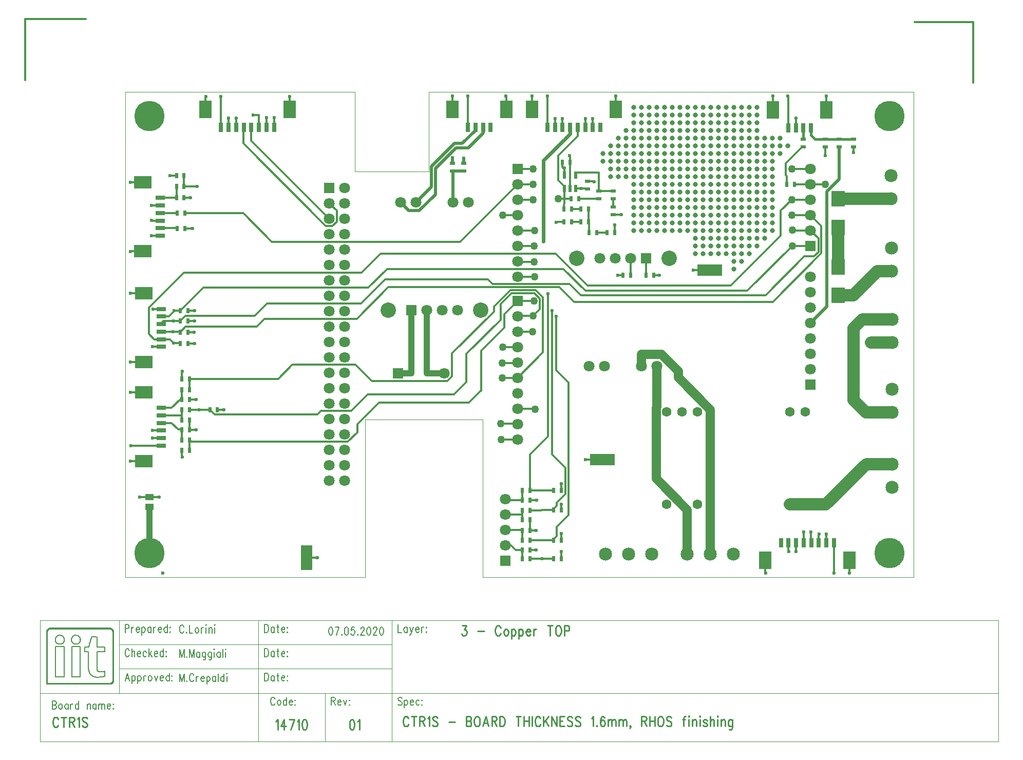
<source format=gbr>
*
*
G04 PADS VX.2.2 Build Number: 9893964 generated Gerber (RS-274-X) file*
G04 PC Version=2.1*
*
%IN "PCB_CTR1S_00.pcb"*%
*
%MOIN*%
*
%FSLAX35Y35*%
*
*
*
*
G04 PC Standard Apertures*
*
*
G04 Thermal Relief Aperture macro.*
%AMTER*
1,1,$1,0,0*
1,0,$1-$2,0,0*
21,0,$3,$4,0,0,45*
21,0,$3,$4,0,0,135*
%
*
*
G04 Annular Aperture macro.*
%AMANN*
1,1,$1,0,0*
1,0,$2,0,0*
%
*
*
G04 Odd Aperture macro.*
%AMODD*
1,1,$1,0,0*
1,0,$1-0.005,0,0*
%
*
*
G04 PC Custom Aperture Macros*
*
*
*
*
*
*
G04 PC Aperture Table*
*
%ADD010C,0.00394*%
%ADD014C,0.00591*%
%ADD016C,0.01*%
%ADD018R,0.035X0.024*%
%ADD020C,0.06299*%
%ADD021C,0.07874*%
%ADD023C,0.01575*%
%ADD028C,0.001*%
%ADD037C,0.01181*%
%ADD046C,0.01969*%
%ADD047C,0.02362*%
%ADD052C,0.00787*%
%ADD061C,0.07087*%
%ADD063C,0.05*%
%ADD065R,0.024X0.035*%
%ADD067C,0.00591*%
%ADD068C,0.00591*%
%ADD089C,0.19685*%
%ADD090R,0.07087X0.07087*%
%ADD091C,0.0315*%
%ADD092R,0.08583X0.09921*%
%ADD093R,0.05118X0.0315*%
%ADD094R,0.11811X0.08268*%
%ADD095R,0.06299X0.02756*%
%ADD096C,0.085*%
%ADD097R,0.0315X0.05118*%
%ADD098R,0.08268X0.11811*%
%ADD099R,0.02756X0.06299*%
%ADD100R,0.05709X0.04331*%
%ADD101R,0.076X0.16*%
%ADD102R,0.16X0.076*%
%ADD103C,0.1*%
%ADD104R,0.02362X0.05*%
%ADD105C,0.03937*%
%ADD106C,0.05906*%
*
*
*
*
G04 PC Circuitry*
G04 Layer Name PCB_CTR1S_00.pcb - circuitry*
%LPD*%
*
*
G04 PC Custom Flashes*
G04 Layer Name PCB_CTR1S_00.pcb - flashes*
%LPD*%
*
*
G04 PC Circuitry*
G04 Layer Name PCB_CTR1S_00.pcb - circuitry*
%LPD*%
*
G54D10*
G01X1749094Y1786941D02*
X1898307D01*
Y1735169*
X1946142*
Y1786941*
X2260906*
Y1471980*
X1981181*
Y1574375*
X1904803Y1574298*
Y1471980*
X1749094*
Y1786941*
X1694016Y1443965D02*
X2316063D01*
Y1365224*
X1694016*
Y1443965*
Y1396720D02*
X1745197D01*
Y1443965*
X1694016*
Y1396720*
X1745197Y1412469D02*
X1835748D01*
Y1428217*
X1745197*
Y1412469*
Y1396720D02*
X1835748D01*
Y1412469*
X1745197*
Y1396720*
X1922362D02*
X2316063D01*
Y1443965*
X1922362*
Y1396720*
Y1365224D02*
X2316063D01*
Y1396720*
X1922362*
Y1365224*
X1835748D02*
X1879055D01*
Y1396720*
X1835748*
Y1365224*
Y1428217D02*
X1922362D01*
Y1443965*
X1835748*
Y1428217*
Y1412469D02*
X1922362D01*
Y1428217*
X1835748*
Y1412469*
Y1396720D02*
X1922362D01*
Y1412469*
X1835748*
Y1396720*
G54D14*
X1749134Y1441258D02*
Y1436091D01*
Y1441258D02*
X1750744D01*
X1751281Y1441012*
X1751460Y1440766*
X1751639Y1440274*
Y1439535*
X1751460Y1439043*
X1751281Y1438797*
X1750744Y1438551*
X1749134*
X1753250Y1439535D02*
Y1436091D01*
Y1438059D02*
X1753429Y1438797D01*
X1753787Y1439289*
X1754145Y1439535*
X1754681*
X1756292Y1438059D02*
X1758440D01*
Y1438551*
X1758261Y1439043*
X1758082Y1439289*
X1757724Y1439535*
X1757187*
X1756829Y1439289*
X1756471Y1438797*
X1756292Y1438059*
Y1437567*
X1756471Y1436829*
X1756829Y1436337*
X1757187Y1436091*
X1757724*
X1758082Y1436337*
X1758440Y1436829*
X1760050Y1439535D02*
Y1434368D01*
Y1438797D02*
X1760408Y1439289D01*
X1760766Y1439535*
X1761303*
X1761661Y1439289*
X1762019Y1438797*
X1762198Y1438059*
Y1437567*
X1762019Y1436829*
X1761661Y1436337*
X1761303Y1436091*
X1760766*
X1760408Y1436337*
X1760050Y1436829*
X1765956Y1439535D02*
Y1436091D01*
Y1438797D02*
X1765598Y1439289D01*
X1765240Y1439535*
X1764703*
X1764345Y1439289*
X1763987Y1438797*
X1763808Y1438059*
Y1437567*
X1763987Y1436829*
X1764345Y1436337*
X1764703Y1436091*
X1765240*
X1765598Y1436337*
X1765956Y1436829*
X1767566Y1439535D02*
Y1436091D01*
Y1438059D02*
X1767745Y1438797D01*
X1768103Y1439289*
X1768461Y1439535*
X1768998*
X1770608Y1438059D02*
X1772756D01*
Y1438551*
X1772577Y1439043*
X1772398Y1439289*
X1772040Y1439535*
X1771503*
X1771145Y1439289*
X1770787Y1438797*
X1770608Y1438059*
Y1437567*
X1770787Y1436829*
X1771145Y1436337*
X1771503Y1436091*
X1772040*
X1772398Y1436337*
X1772756Y1436829*
X1776514Y1441258D02*
Y1436091D01*
Y1438797D02*
X1776156Y1439289D01*
X1775798Y1439535*
X1775261*
X1774903Y1439289*
X1774545Y1438797*
X1774366Y1438059*
Y1437567*
X1774545Y1436829*
X1774903Y1436337*
X1775261Y1436091*
X1775798*
X1776156Y1436337*
X1776514Y1436829*
X1778304Y1439535D02*
X1778125Y1439289D01*
X1778304Y1439043*
X1778482Y1439289*
X1778304Y1439535*
Y1436583D02*
X1778125Y1436337D01*
X1778304Y1436091*
X1778482Y1436337*
X1778304Y1436583*
X1751818Y1424280D02*
X1751639Y1424772D01*
X1751281Y1425264*
X1750923Y1425510*
X1750208*
X1749850Y1425264*
X1749492Y1424772*
X1749313Y1424280*
X1749134Y1423541*
Y1422311*
X1749313Y1421573*
X1749492Y1421081*
X1749850Y1420589*
X1750208Y1420343*
X1750923*
X1751281Y1420589*
X1751639Y1421081*
X1751818Y1421573*
X1753429Y1425510D02*
Y1420343D01*
Y1422803D02*
X1753966Y1423541D01*
X1754324Y1423787*
X1754860*
X1755218Y1423541*
X1755397Y1422803*
Y1420343*
X1757008Y1422311D02*
X1759155D01*
Y1422803*
X1758976Y1423295*
X1758797Y1423541*
X1758440Y1423787*
X1757903*
X1757545Y1423541*
X1757187Y1423049*
X1757008Y1422311*
Y1421819*
X1757187Y1421081*
X1757545Y1420589*
X1757903Y1420343*
X1758440*
X1758797Y1420589*
X1759155Y1421081*
X1762913Y1423049D02*
X1762555Y1423541D01*
X1762198Y1423787*
X1761661*
X1761303Y1423541*
X1760945Y1423049*
X1760766Y1422311*
Y1421819*
X1760945Y1421081*
X1761303Y1420589*
X1761661Y1420343*
X1762198*
X1762555Y1420589*
X1762913Y1421081*
X1764524Y1425510D02*
Y1420343D01*
X1766314Y1423787D02*
X1764524Y1421327D01*
X1765240Y1422311D02*
X1766492Y1420343D01*
X1768103Y1422311D02*
X1770251D01*
Y1422803*
X1770072Y1423295*
X1769893Y1423541*
X1769535Y1423787*
X1768998*
X1768640Y1423541*
X1768282Y1423049*
X1768103Y1422311*
Y1421819*
X1768282Y1421081*
X1768640Y1420589*
X1768998Y1420343*
X1769535*
X1769893Y1420589*
X1770251Y1421081*
X1774009Y1425510D02*
Y1420343D01*
Y1423049D02*
X1773651Y1423541D01*
X1773293Y1423787*
X1772756*
X1772398Y1423541*
X1772040Y1423049*
X1771861Y1422311*
Y1421819*
X1772040Y1421081*
X1772398Y1420589*
X1772756Y1420343*
X1773293*
X1773651Y1420589*
X1774009Y1421081*
X1775798Y1423787D02*
X1775619Y1423541D01*
X1775798Y1423295*
X1775977Y1423541*
X1775798Y1423787*
Y1420835D02*
X1775619Y1420589D01*
X1775798Y1420343*
X1775977Y1420589*
X1775798Y1420835*
X1750565Y1409762D02*
X1749134Y1404594D01*
X1750565Y1409762D02*
X1751997Y1404594D01*
X1749671Y1406317D02*
X1751460D01*
X1753608Y1408039D02*
Y1402872D01*
Y1407301D02*
X1753966Y1407793D01*
X1754324Y1408039*
X1754860*
X1755218Y1407793*
X1755576Y1407301*
X1755755Y1406563*
Y1406071*
X1755576Y1405333*
X1755218Y1404841*
X1754860Y1404594*
X1754324*
X1753966Y1404841*
X1753608Y1405333*
X1757366Y1408039D02*
Y1402872D01*
Y1407301D02*
X1757724Y1407793D01*
X1758082Y1408039*
X1758618*
X1758976Y1407793*
X1759334Y1407301*
X1759513Y1406563*
Y1406071*
X1759334Y1405333*
X1758976Y1404841*
X1758618Y1404594*
X1758082*
X1757724Y1404841*
X1757366Y1405333*
X1761124Y1408039D02*
Y1404594D01*
Y1406563D02*
X1761303Y1407301D01*
X1761661Y1407793*
X1762019Y1408039*
X1762555*
X1765061D02*
X1764703Y1407793D01*
X1764345Y1407301*
X1764166Y1406563*
Y1406071*
X1764345Y1405333*
X1764703Y1404841*
X1765061Y1404594*
X1765598*
X1765956Y1404841*
X1766314Y1405333*
X1766492Y1406071*
Y1406563*
X1766314Y1407301*
X1765956Y1407793*
X1765598Y1408039*
X1765061*
X1768103D02*
X1769177Y1404594D01*
X1770251Y1408039D02*
X1769177Y1404594D01*
X1771861Y1406563D02*
X1774009D01*
Y1407055*
X1773830Y1407547*
X1773651Y1407793*
X1773293Y1408039*
X1772756*
X1772398Y1407793*
X1772040Y1407301*
X1771861Y1406563*
Y1406071*
X1772040Y1405333*
X1772398Y1404841*
X1772756Y1404594*
X1773293*
X1773651Y1404841*
X1774009Y1405333*
X1777767Y1409762D02*
Y1404594D01*
Y1407301D02*
X1777409Y1407793D01*
X1777051Y1408039*
X1776514*
X1776156Y1407793*
X1775798Y1407301*
X1775619Y1406563*
Y1406071*
X1775798Y1405333*
X1776156Y1404841*
X1776514Y1404594*
X1777051*
X1777409Y1404841*
X1777767Y1405333*
X1779556Y1408039D02*
X1779377Y1407793D01*
X1779556Y1407547*
X1779735Y1407793*
X1779556Y1408039*
Y1405087D02*
X1779377Y1404841D01*
X1779556Y1404594*
X1779735Y1404841*
X1779556Y1405087*
X1787251Y1439634D02*
X1787072Y1440126D01*
X1786714Y1440618*
X1786356Y1440864*
X1785641*
X1785283Y1440618*
X1784925Y1440126*
X1784746Y1439634*
X1784567Y1438896*
Y1437665*
X1784746Y1436927*
X1784925Y1436435*
X1785283Y1435943*
X1785641Y1435697*
X1786356*
X1786714Y1435943*
X1787072Y1436435*
X1787251Y1436927*
X1789041Y1436189D02*
X1788862Y1435943D01*
X1789041Y1435697*
X1789220Y1435943*
X1789041Y1436189*
X1790830Y1440864D02*
Y1435697D01*
X1792978*
X1795483Y1439142D02*
X1795125Y1438896D01*
X1794767Y1438404*
X1794588Y1437665*
Y1437173*
X1794767Y1436435*
X1795125Y1435943*
X1795483Y1435697*
X1796020*
X1796378Y1435943*
X1796736Y1436435*
X1796915Y1437173*
Y1437665*
X1796736Y1438404*
X1796378Y1438896*
X1796020Y1439142*
X1795483*
X1798525D02*
Y1435697D01*
Y1437665D02*
X1798704Y1438404D01*
X1799062Y1438896*
X1799420Y1439142*
X1799957*
X1801568Y1440864D02*
X1801747Y1440618D01*
X1801926Y1440864*
X1801747Y1441110*
X1801568Y1440864*
X1801747Y1439142D02*
Y1435697D01*
X1803536Y1439142D02*
Y1435697D01*
Y1438157D02*
X1804073Y1438896D01*
X1804431Y1439142*
X1804968*
X1805326Y1438896*
X1805505Y1438157*
Y1435697*
X1807115Y1440864D02*
X1807294Y1440618D01*
X1807473Y1440864*
X1807294Y1441110*
X1807115Y1440864*
X1807294Y1439142D02*
Y1435697D01*
X1784567Y1425116D02*
Y1419949D01*
Y1425116D02*
X1785999Y1419949D01*
X1787430Y1425116D02*
X1785999Y1419949D01*
X1787430Y1425116D02*
Y1419949D01*
X1789220Y1420441D02*
X1789041Y1420195D01*
X1789220Y1419949*
X1789399Y1420195*
X1789220Y1420441*
X1791009Y1425116D02*
Y1419949D01*
Y1425116D02*
X1792441Y1419949D01*
X1793873Y1425116D02*
X1792441Y1419949D01*
X1793873Y1425116D02*
Y1419949D01*
X1797631Y1423394D02*
Y1419949D01*
Y1422656D02*
X1797273Y1423148D01*
X1796915Y1423394*
X1796378*
X1796020Y1423148*
X1795662Y1422656*
X1795483Y1421917*
Y1421425*
X1795662Y1420687*
X1796020Y1420195*
X1796378Y1419949*
X1796915*
X1797273Y1420195*
X1797631Y1420687*
X1801389Y1423394D02*
Y1419457D01*
X1801210Y1418719*
X1801031Y1418472*
X1800673Y1418226*
X1800136*
X1799778Y1418472*
X1801389Y1422656D02*
X1801031Y1423148D01*
X1800673Y1423394*
X1800136*
X1799778Y1423148*
X1799420Y1422656*
X1799241Y1421917*
Y1421425*
X1799420Y1420687*
X1799778Y1420195*
X1800136Y1419949*
X1800673*
X1801031Y1420195*
X1801389Y1420687*
X1805147Y1423394D02*
Y1419457D01*
X1804968Y1418719*
X1804789Y1418472*
X1804431Y1418226*
X1803894*
X1803536Y1418472*
X1805147Y1422656D02*
X1804789Y1423148D01*
X1804431Y1423394*
X1803894*
X1803536Y1423148*
X1803178Y1422656*
X1802999Y1421917*
Y1421425*
X1803178Y1420687*
X1803536Y1420195*
X1803894Y1419949*
X1804431*
X1804789Y1420195*
X1805147Y1420687*
X1806757Y1425116D02*
X1806936Y1424870D01*
X1807115Y1425116*
X1806936Y1425362*
X1806757Y1425116*
X1806936Y1423394D02*
Y1419949D01*
X1810873Y1423394D02*
Y1419949D01*
Y1422656D02*
X1810515Y1423148D01*
X1810157Y1423394*
X1809621*
X1809263Y1423148*
X1808905Y1422656*
X1808726Y1421917*
Y1421425*
X1808905Y1420687*
X1809263Y1420195*
X1809621Y1419949*
X1810157*
X1810515Y1420195*
X1810873Y1420687*
X1812484Y1425116D02*
Y1419949D01*
X1814094Y1425116D02*
X1814273Y1424870D01*
X1814452Y1425116*
X1814273Y1425362*
X1814094Y1425116*
X1814273Y1423394D02*
Y1419949D01*
X1926299Y1441258D02*
Y1436091D01*
X1928447*
X1932205Y1439535D02*
Y1436091D01*
Y1438797D02*
X1931847Y1439289D01*
X1931489Y1439535*
X1930952*
X1930594Y1439289*
X1930236Y1438797*
X1930057Y1438059*
Y1437567*
X1930236Y1436829*
X1930594Y1436337*
X1930952Y1436091*
X1931489*
X1931847Y1436337*
X1932205Y1436829*
X1933994Y1439535D02*
X1935068Y1436091D01*
X1936142Y1439535D02*
X1935068Y1436091D01*
X1934710Y1435106*
X1934352Y1434614*
X1933994Y1434368*
X1933815*
X1937752Y1438059D02*
X1939900D01*
Y1438551*
X1939721Y1439043*
X1939542Y1439289*
X1939184Y1439535*
X1938647*
X1938289Y1439289*
X1937931Y1438797*
X1937752Y1438059*
Y1437567*
X1937931Y1436829*
X1938289Y1436337*
X1938647Y1436091*
X1939184*
X1939542Y1436337*
X1939900Y1436829*
X1941510Y1439535D02*
Y1436091D01*
Y1438059D02*
X1941689Y1438797D01*
X1942047Y1439289*
X1942405Y1439535*
X1942942*
X1944732D02*
X1944553Y1439289D01*
X1944732Y1439043*
X1944911Y1439289*
X1944732Y1439535*
Y1436583D02*
X1944553Y1436337D01*
X1944732Y1436091*
X1944911Y1436337*
X1944732Y1436583*
X1701929Y1391463D02*
Y1386295D01*
Y1391463D02*
X1703540D01*
X1704077Y1391217*
X1704256Y1390970*
X1704434Y1390478*
X1704434D02*
Y1389986D01*
X1704434D02*
X1704256Y1389494D01*
X1704077Y1389248*
X1703540Y1389002*
X1701929D02*
X1703540D01*
X1704077Y1388756*
X1704256Y1388510*
X1704434Y1388018*
X1704434D02*
Y1387280D01*
X1704434D02*
X1704256Y1386787D01*
X1704077Y1386541*
X1703540Y1386295*
X1701929*
X1706940Y1389740D02*
X1706582Y1389494D01*
X1706224Y1389002*
X1706045Y1388264*
Y1387772*
X1706224Y1387033*
X1706582Y1386541*
X1706940Y1386295*
X1707477*
X1707835Y1386541*
X1708193Y1387033*
X1708372Y1387772*
Y1388264*
X1708193Y1389002*
X1707835Y1389494*
X1707477Y1389740*
X1706940*
X1712130D02*
Y1386295D01*
Y1389002D02*
X1711772Y1389494D01*
X1711414Y1389740*
X1710877*
X1710519Y1389494*
X1710161Y1389002*
X1709982Y1388264*
Y1387772*
X1710161Y1387033*
X1710519Y1386541*
X1710877Y1386295*
X1711414*
X1711772Y1386541*
X1712130Y1387033*
X1713740Y1389740D02*
Y1386295D01*
Y1388264D02*
X1713919Y1389002D01*
X1714277Y1389494*
X1714635Y1389740*
X1715172*
X1718930Y1391463D02*
Y1386295D01*
Y1389002D02*
X1718572Y1389494D01*
X1718214Y1389740*
X1717677*
X1717319Y1389494*
X1716961Y1389002*
X1716782Y1388264*
Y1387772*
X1716961Y1387033*
X1717319Y1386541*
X1717677Y1386295*
X1718214*
X1718572Y1386541*
X1718930Y1387033*
X1724656Y1389740D02*
Y1386295D01*
Y1388756D02*
X1725193Y1389494D01*
X1725551Y1389740*
X1726088*
X1726446Y1389494*
X1726625Y1388756*
Y1386295*
X1730383Y1389740D02*
Y1386295D01*
Y1389002D02*
X1730025Y1389494D01*
X1729667Y1389740*
X1729130*
X1728772Y1389494*
X1728414Y1389002*
X1728236Y1388264*
X1728236D02*
Y1387772D01*
X1728236D02*
X1728414Y1387033D01*
X1728772Y1386541*
X1729130Y1386295*
X1729667*
X1730025Y1386541*
X1730383Y1387033*
X1731994Y1389740D02*
Y1386295D01*
Y1388756D02*
X1732530Y1389494D01*
X1732888Y1389740*
X1733425*
X1733783Y1389494*
X1733962Y1388756*
Y1386295*
Y1388756D02*
X1734499Y1389494D01*
X1734857Y1389740*
X1735394*
X1735752Y1389494*
X1735931Y1388756*
Y1386295*
X1737541Y1388264D02*
X1739689D01*
Y1388756*
X1739510Y1389248*
X1739331Y1389494*
X1738973Y1389740*
X1738436*
X1738078Y1389494*
X1737720Y1389002*
X1737541Y1388264*
Y1387772*
X1737720Y1387033*
X1738078Y1386541*
X1738436Y1386295*
X1738973*
X1739331Y1386541*
X1739689Y1387033*
X1741478Y1389740D02*
X1741299Y1389494D01*
X1741478Y1389248*
X1741657Y1389494*
X1741478Y1389740*
Y1386787D02*
X1741299Y1386541D01*
X1741478Y1386295*
X1741657Y1386541*
X1741478Y1386787*
X1846306Y1392783D02*
X1846127Y1393276D01*
X1845770Y1393768*
X1845412Y1394014*
X1844696*
X1844338Y1393768*
X1843980Y1393276*
X1843801Y1392783*
X1843622Y1392045*
Y1390815*
X1843801Y1390077*
X1843980Y1389585*
X1844338Y1389093*
X1844696Y1388846*
X1845412*
X1845770Y1389093*
X1846127Y1389585*
X1846306Y1390077*
X1848812Y1392291D02*
X1848454Y1392045D01*
X1848096Y1391553*
X1847917Y1390815*
Y1390323*
X1848096Y1389585*
X1848454Y1389093*
X1848812Y1388846*
X1849349*
X1849707Y1389093*
X1850064Y1389585*
X1850243Y1390323*
Y1390815*
X1850064Y1391553*
X1849707Y1392045*
X1849349Y1392291*
X1848812*
X1854001Y1394014D02*
Y1388846D01*
Y1391553D02*
X1853644Y1392045D01*
X1853286Y1392291*
X1852749*
X1852391Y1392045*
X1852033Y1391553*
X1851854Y1390815*
Y1390323*
X1852033Y1389585*
X1852391Y1389093*
X1852749Y1388846*
X1853286*
X1853644Y1389093*
X1854001Y1389585*
X1855612Y1390815D02*
X1857759D01*
Y1391307*
X1857581Y1391799*
X1857402Y1392045*
X1857044Y1392291*
X1856507*
X1856149Y1392045*
X1855791Y1391553*
X1855612Y1390815*
Y1390323*
X1855791Y1389585*
X1856149Y1389093*
X1856507Y1388846*
X1857044*
X1857402Y1389093*
X1857759Y1389585*
X1859549Y1392291D02*
X1859370Y1392045D01*
X1859549Y1391799*
X1859728Y1392045*
X1859549Y1392291*
Y1389339D02*
X1859370Y1389093D01*
X1859549Y1388846*
X1859728Y1389093*
X1859549Y1389339*
X1882992Y1394014D02*
Y1388846D01*
Y1394014D02*
X1884603D01*
X1885140Y1393768*
X1885319Y1393522*
X1885497Y1393030*
Y1392537*
X1885319Y1392045*
X1885140Y1391799*
X1884603Y1391553*
X1882992*
X1884245D02*
X1885497Y1388846D01*
X1887108Y1390815D02*
X1889256D01*
Y1391307*
X1889077Y1391799*
X1888898Y1392045*
X1888540Y1392291*
X1888003*
X1887645Y1392045*
X1887287Y1391553*
X1887108Y1390815*
Y1390323*
X1887287Y1389585*
X1887645Y1389093*
X1888003Y1388846*
X1888540*
X1888898Y1389093*
X1889256Y1389585*
X1890866Y1392291D02*
X1891940Y1388846D01*
X1893014Y1392291D02*
X1891940Y1388846D01*
X1894803Y1392291D02*
X1894624Y1392045D01*
X1894803Y1391799*
X1894982Y1392045*
X1894803Y1392291*
Y1389339D02*
X1894624Y1389093D01*
X1894803Y1388846*
X1894982Y1389093*
X1894803Y1389339*
X1928805Y1393276D02*
X1928447Y1393768D01*
X1927910Y1394014*
X1927194*
X1926657Y1393768*
X1926299Y1393276*
Y1392783*
X1926478Y1392291*
X1926657Y1392045*
X1927015Y1391799*
X1928089Y1391307*
X1928447Y1391061*
X1928626Y1390815*
X1928805Y1390323*
Y1389585*
X1928447Y1389093*
X1927910Y1388846*
X1927194*
X1926657Y1389093*
X1926299Y1389585*
X1930415Y1392291D02*
Y1387124D01*
Y1391553D02*
X1930773Y1392045D01*
X1931131Y1392291*
X1931668*
X1932026Y1392045*
X1932384Y1391553*
X1932563Y1390815*
Y1390323*
X1932384Y1389585*
X1932026Y1389093*
X1931668Y1388846*
X1931131*
X1930773Y1389093*
X1930415Y1389585*
X1934173Y1390815D02*
X1936321D01*
Y1391307*
X1936142Y1391799*
X1935963Y1392045*
X1935605Y1392291*
X1935068*
X1934710Y1392045*
X1934352Y1391553*
X1934173Y1390815*
Y1390323*
X1934352Y1389585*
X1934710Y1389093*
X1935068Y1388846*
X1935605*
X1935963Y1389093*
X1936321Y1389585*
X1940079Y1391553D02*
X1939721Y1392045D01*
X1939363Y1392291*
X1938826*
X1938468Y1392045*
X1938110Y1391553*
X1937931Y1390815*
Y1390323*
X1938110Y1389585*
X1938468Y1389093*
X1938826Y1388846*
X1939363*
X1939721Y1389093*
X1940079Y1389585*
X1941868Y1392291D02*
X1941689Y1392045D01*
X1941868Y1391799*
X1942047Y1392045*
X1941868Y1392291*
Y1389339D02*
X1941689Y1389093D01*
X1941868Y1388846*
X1942047Y1389093*
X1941868Y1389339*
X1839685Y1441258D02*
Y1436091D01*
Y1441258D02*
X1840938D01*
X1841475Y1441012*
X1841832Y1440520*
X1842011Y1440028*
X1842190Y1439289*
Y1438059*
X1842011Y1437321*
X1841832Y1436829*
X1841475Y1436337*
X1840938Y1436091*
X1839685*
X1845948Y1439535D02*
Y1436091D01*
Y1438797D02*
X1845591Y1439289D01*
X1845233Y1439535*
X1844696*
X1844338Y1439289*
X1843980Y1438797*
X1843801Y1438059*
Y1437567*
X1843980Y1436829*
X1844338Y1436337*
X1844696Y1436091*
X1845233*
X1845591Y1436337*
X1845948Y1436829*
X1848096Y1441258D02*
Y1437075D01*
X1848275Y1436337*
X1848633Y1436091*
X1848991*
X1847559Y1439535D02*
X1848812D01*
X1850601Y1438059D02*
X1852749D01*
Y1438551*
X1852570Y1439043*
X1852391Y1439289*
X1852033Y1439535*
X1851496*
X1851138Y1439289*
X1850780Y1438797*
X1850601Y1438059*
Y1437567*
X1850780Y1436829*
X1851138Y1436337*
X1851496Y1436091*
X1852033*
X1852391Y1436337*
X1852749Y1436829*
X1854538Y1439535D02*
X1854359Y1439289D01*
X1854538Y1439043*
X1854717Y1439289*
X1854538Y1439535*
Y1436583D02*
X1854359Y1436337D01*
X1854538Y1436091*
X1854717Y1436337*
X1854538Y1436583*
X1839685Y1425510D02*
Y1420343D01*
Y1425510D02*
X1840938D01*
X1841475Y1425264*
X1841832Y1424772*
X1842011Y1424280*
X1842190Y1423541*
Y1422311*
X1842011Y1421573*
X1841832Y1421081*
X1841475Y1420589*
X1840938Y1420343*
X1839685*
X1845948Y1423787D02*
Y1420343D01*
Y1423049D02*
X1845591Y1423541D01*
X1845233Y1423787*
X1844696*
X1844338Y1423541*
X1843980Y1423049*
X1843801Y1422311*
Y1421819*
X1843980Y1421081*
X1844338Y1420589*
X1844696Y1420343*
X1845233*
X1845591Y1420589*
X1845948Y1421081*
X1848096Y1425510D02*
Y1421327D01*
X1848275Y1420589*
X1848633Y1420343*
X1848991*
X1847559Y1423787D02*
X1848812D01*
X1850601Y1422311D02*
X1852749D01*
Y1422803*
X1852570Y1423295*
X1852391Y1423541*
X1852033Y1423787*
X1851496*
X1851138Y1423541*
X1850780Y1423049*
X1850601Y1422311*
Y1421819*
X1850780Y1421081*
X1851138Y1420589*
X1851496Y1420343*
X1852033*
X1852391Y1420589*
X1852749Y1421081*
X1854538Y1423787D02*
X1854359Y1423541D01*
X1854538Y1423295*
X1854717Y1423541*
X1854538Y1423787*
Y1420835D02*
X1854359Y1420589D01*
X1854538Y1420343*
X1854717Y1420589*
X1854538Y1420835*
X1839685Y1409762D02*
Y1404594D01*
Y1409762D02*
X1840938D01*
X1841475Y1409516*
X1841832Y1409024*
X1842011Y1408532*
X1842011D02*
X1842190Y1407793D01*
Y1406563*
X1842011Y1405825*
X1841832Y1405333*
X1841475Y1404841*
X1840938Y1404594*
X1839685*
X1845948Y1408039D02*
Y1404594D01*
Y1407301D02*
X1845591Y1407793D01*
X1845233Y1408039*
X1844696*
X1844338Y1407793*
X1843980Y1407301*
X1843801Y1406563*
Y1406071*
X1843980Y1405333*
X1844338Y1404841*
X1844696Y1404594*
X1845233*
X1845591Y1404841*
X1845948Y1405333*
X1848096Y1409762D02*
Y1405579D01*
X1848275Y1404841*
X1848633Y1404594*
X1848991*
X1847559Y1408039D02*
X1848812D01*
X1850601Y1406563D02*
X1852749D01*
Y1407055*
X1852570Y1407547*
X1852391Y1407793*
X1852033Y1408039*
X1851496*
X1851138Y1407793*
X1850780Y1407301*
X1850601Y1406563*
Y1406071*
X1850780Y1405333*
X1851138Y1404841*
X1851496Y1404594*
X1852033*
X1852391Y1404841*
X1852749Y1405333*
X1854538Y1408039D02*
X1854359Y1407793D01*
X1854538Y1407547*
X1854717Y1407793*
X1854538Y1408039*
Y1405087D02*
X1854359Y1404841D01*
X1854538Y1404594*
X1854717Y1404841*
X1854538Y1405087*
G54D16*
X1968053Y1440551D02*
X1970553D01*
X1969189Y1438051*
X1969871*
X1970326Y1437738*
X1970553Y1437426*
X1970780Y1436488*
Y1435863*
X1970553Y1434926*
X1970098Y1434301*
X1969417Y1433988*
X1968735*
X1968053Y1434301*
X1967826Y1434613*
X1967598Y1435238*
X1978053Y1436801D02*
X1982144D01*
X1992826Y1438988D02*
X1992598Y1439613D01*
X1992144Y1440238*
X1991689Y1440551*
X1990780*
X1990326Y1440238*
X1989871Y1439613*
X1989644Y1438988*
X1989417Y1438051*
Y1436488*
X1989644Y1435551*
X1989871Y1434926*
X1990326Y1434301*
X1990780Y1433988*
X1991689*
X1992144Y1434301*
X1992598Y1434926*
X1992826Y1435551*
X1996008Y1438363D02*
X1995553Y1438051D01*
X1995098Y1437426*
X1994871Y1436488*
Y1435863*
X1995098Y1434926*
X1995553Y1434301*
X1996008Y1433988*
X1996689*
X1997144Y1434301*
X1997598Y1434926*
X1997826Y1435863*
Y1436488*
X1997598Y1437426*
X1997144Y1438051*
X1996689Y1438363*
X1996008*
X1999871D02*
Y1431801D01*
Y1437426D02*
X2000326Y1438051D01*
X2000780Y1438363*
X2001462*
X2001917Y1438051*
X2002371Y1437426*
X2002598Y1436488*
Y1435863*
X2002371Y1434926*
X2001917Y1434301*
X2001462Y1433988*
X2000780*
X2000326Y1434301*
X1999871Y1434926*
X2004644Y1438363D02*
Y1431801D01*
Y1437426D02*
X2005098Y1438051D01*
X2005553Y1438363*
X2006235*
X2006689Y1438051*
X2007144Y1437426*
X2007371Y1436488*
Y1435863*
X2007144Y1434926*
X2006689Y1434301*
X2006235Y1433988*
X2005553*
X2005098Y1434301*
X2004644Y1434926*
X2009417Y1436488D02*
X2012144D01*
Y1437113*
X2011917Y1437738*
X2011689Y1438051*
X2011235Y1438363*
X2010553*
X2010098Y1438051*
X2009644Y1437426*
X2009417Y1436488*
Y1435863*
X2009644Y1434926*
X2010098Y1434301*
X2010553Y1433988*
X2011235*
X2011689Y1434301*
X2012144Y1434926*
X2014189Y1438363D02*
Y1433988D01*
Y1436488D02*
X2014417Y1437426D01*
X2014871Y1438051*
X2015326Y1438363*
X2016008*
X2024871Y1440551D02*
Y1433988D01*
X2023280Y1440551D02*
X2026462D01*
X2029871D02*
X2029417Y1440238D01*
X2028962Y1439613*
X2028735Y1438988*
X2028508Y1438051*
Y1436488*
X2028735Y1435551*
X2028962Y1434926*
X2029417Y1434301*
X2029871Y1433988*
X2030780*
X2031235Y1434301*
X2031689Y1434926*
X2031917Y1435551*
X2032144Y1436488*
Y1438051*
X2031917Y1438988*
X2031689Y1439613*
X2031235Y1440238*
X2030780Y1440551*
X2029871*
X2034189D02*
Y1433988D01*
Y1440551D02*
X2036235D01*
X2036917Y1440238*
X2037144Y1439926*
X2037371Y1439301*
Y1438363*
X2037144Y1437738*
X2036917Y1437426*
X2036235Y1437113*
X2034189*
X1933015Y1380130D02*
X1932788Y1380755D01*
X1932334Y1381380*
X1931879Y1381692*
X1930970*
X1930515Y1381380*
X1930061Y1380755*
X1929834Y1380130*
X1929606Y1379192*
Y1377630*
X1929834Y1376692*
X1930061Y1376067*
X1930515Y1375442*
X1930970Y1375130*
X1931879*
X1932334Y1375442*
X1932788Y1376067*
X1933015Y1376692*
X1936652Y1381692D02*
Y1375130D01*
X1935061Y1381692D02*
X1938243D01*
X1940288D02*
Y1375130D01*
Y1381692D02*
X1942334D01*
X1943015Y1381380*
X1943243Y1381067*
X1943470Y1380442*
Y1379817*
X1943243Y1379192*
X1943015Y1378880*
X1942334Y1378567*
X1940288*
X1941879D02*
X1943470Y1375130D01*
X1945515Y1380442D02*
X1945970Y1380755D01*
X1946652Y1381692*
Y1375130*
X1951879Y1380755D02*
X1951424Y1381380D01*
X1950743Y1381692*
X1949834*
X1949152Y1381380*
X1948697Y1380755*
Y1380130*
X1948924Y1379505*
X1949152Y1379192*
X1949606Y1378880*
X1950970Y1378255*
X1951424Y1377942*
X1951652Y1377630*
X1951879Y1377005*
Y1376067*
X1951424Y1375442*
X1950743Y1375130*
X1949834*
X1949152Y1375442*
X1948697Y1376067*
X1959152Y1377942D02*
X1963243D01*
X1970515Y1381692D02*
Y1375130D01*
Y1381692D02*
X1972561D01*
X1973243Y1381380*
X1973470Y1381067*
X1973697Y1380442*
Y1379817*
X1973470Y1379192*
X1973243Y1378880*
X1972561Y1378567*
X1970515D02*
X1972561D01*
X1973243Y1378255*
X1973470Y1377942*
X1973697Y1377317*
Y1376380*
X1973470Y1375755*
X1973243Y1375442*
X1972561Y1375130*
X1970515*
X1977106Y1381692D02*
X1976652Y1381380D01*
X1976197Y1380755*
X1975970Y1380130*
X1975743Y1379192*
Y1377630*
X1975970Y1376692*
X1976197Y1376067*
X1976652Y1375442*
X1977106Y1375130*
X1978015*
X1978470Y1375442*
X1978924Y1376067*
X1979152Y1376692*
X1979379Y1377630*
Y1379192*
X1979152Y1380130*
X1978924Y1380755*
X1978470Y1381380*
X1978015Y1381692*
X1977106*
X1983243D02*
X1981424Y1375130D01*
X1983243Y1381692D02*
X1985061Y1375130D01*
X1982106Y1377317D02*
X1984379D01*
X1987106Y1381692D02*
Y1375130D01*
Y1381692D02*
X1989152D01*
X1989834Y1381380*
X1990061Y1381067*
X1990288Y1380442*
Y1379817*
X1990061Y1379192*
X1989834Y1378880*
X1989152Y1378567*
X1987106*
X1988697D02*
X1990288Y1375130D01*
X1992334Y1381692D02*
Y1375130D01*
Y1381692D02*
X1993924D01*
X1994606Y1381380*
X1995061Y1380755*
X1995288Y1380130*
X1995515Y1379192*
Y1377630*
X1995288Y1376692*
X1995061Y1376067*
X1994606Y1375442*
X1993924Y1375130*
X1992334*
X2004379Y1381692D02*
Y1375130D01*
X2002788Y1381692D02*
X2005970D01*
X2008015D02*
Y1375130D01*
X2011197Y1381692D02*
Y1375130D01*
X2008015Y1378567D02*
X2011197D01*
X2013243Y1381692D02*
Y1375130D01*
X2018697Y1380130D02*
X2018470Y1380755D01*
X2018015Y1381380*
X2017561Y1381692*
X2016652*
X2016197Y1381380*
X2015743Y1380755*
X2015515Y1380130*
X2015288Y1379192*
Y1377630*
X2015515Y1376692*
X2015743Y1376067*
X2016197Y1375442*
X2016652Y1375130*
X2017561*
X2018015Y1375442*
X2018470Y1376067*
X2018697Y1376692*
X2020743Y1381692D02*
Y1375130D01*
X2023924Y1381692D02*
X2020743Y1377317D01*
X2021879Y1378880D02*
X2023924Y1375130D01*
X2025970Y1381692D02*
Y1375130D01*
Y1381692D02*
X2029152Y1375130D01*
Y1381692D02*
Y1375130D01*
X2031197Y1381692D02*
Y1375130D01*
Y1381692D02*
X2034152D01*
X2031197Y1378567D02*
X2033015D01*
X2031197Y1375130D02*
X2034152D01*
X2039379Y1380755D02*
X2038924Y1381380D01*
X2038243Y1381692*
X2037334*
X2036652Y1381380*
X2036197Y1380755*
Y1380130*
X2036424Y1379505*
X2036652Y1379192*
X2037106Y1378880*
X2038470Y1378255*
X2038924Y1377942*
X2039152Y1377630*
X2039379Y1377005*
Y1376067*
X2038924Y1375442*
X2038243Y1375130*
X2037334*
X2036652Y1375442*
X2036197Y1376067*
X2044606Y1380755D02*
X2044152Y1381380D01*
X2043470Y1381692*
X2042561*
X2041879Y1381380*
X2041424Y1380755*
Y1380130*
X2041652Y1379505*
X2041879Y1379192*
X2042334Y1378880*
X2043697Y1378255*
X2044152Y1377942*
X2044379Y1377630*
X2044606Y1377005*
Y1376067*
X2044152Y1375442*
X2043470Y1375130*
X2042561*
X2041879Y1375442*
X2041424Y1376067*
X2051879Y1380442D02*
X2052334Y1380755D01*
X2053015Y1381692*
Y1375130*
X2055288Y1375755D02*
X2055061Y1375442D01*
X2055288Y1375130*
X2055515Y1375442*
X2055288Y1375755*
X2060288Y1380755D02*
X2060061Y1381380D01*
X2059379Y1381692*
X2058924*
X2058243Y1381380*
X2057788Y1380442*
X2057561Y1378880*
Y1377317*
X2057788Y1376067*
X2058243Y1375442*
X2058924Y1375130*
X2059152*
X2059834Y1375442*
X2060288Y1376067*
X2060515Y1377005*
Y1377317*
X2060288Y1378255*
X2059834Y1378880*
X2059152Y1379192*
X2058924*
X2058243Y1378880*
X2057788Y1378255*
X2057561Y1377317*
X2062561Y1379505D02*
Y1375130D01*
Y1378255D02*
X2063243Y1379192D01*
X2063697Y1379505*
X2064379*
X2064834Y1379192*
X2065061Y1378255*
Y1375130*
Y1378255D02*
X2065743Y1379192D01*
X2066197Y1379505*
X2066879*
X2067334Y1379192*
X2067561Y1378255*
Y1375130*
X2069606Y1379505D02*
Y1375130D01*
Y1378255D02*
X2070288Y1379192D01*
X2070743Y1379505*
X2071424*
X2071879Y1379192*
X2072106Y1378255*
Y1375130*
Y1378255D02*
X2072788Y1379192D01*
X2073243Y1379505*
X2073924*
X2074379Y1379192*
X2074606Y1378255*
Y1375130*
X2077106Y1375442D02*
X2076879Y1375130D01*
X2076652Y1375442*
X2076879Y1375755*
X2077106Y1375442*
Y1374817*
X2076879Y1374192*
X2076652Y1373880*
X2084379Y1381692D02*
Y1375130D01*
Y1381692D02*
X2086424D01*
X2087106Y1381380*
X2087334Y1381067*
X2087561Y1380442*
Y1379817*
X2087334Y1379192*
X2087106Y1378880*
X2086424Y1378567*
X2084379*
X2085970D02*
X2087561Y1375130D01*
X2089606Y1381692D02*
Y1375130D01*
X2092788Y1381692D02*
Y1375130D01*
X2089606Y1378567D02*
X2092788D01*
X2096197Y1381692D02*
X2095743Y1381380D01*
X2095288Y1380755*
X2095061Y1380130*
X2094834Y1379192*
Y1377630*
X2095061Y1376692*
X2095288Y1376067*
X2095743Y1375442*
X2096197Y1375130*
X2097106*
X2097561Y1375442*
X2098015Y1376067*
X2098243Y1376692*
X2098470Y1377630*
Y1379192*
X2098243Y1380130*
X2098015Y1380755*
X2097561Y1381380*
X2097106Y1381692*
X2096197*
X2103697Y1380755D02*
X2103243Y1381380D01*
X2102561Y1381692*
X2101652*
X2100970Y1381380*
X2100515Y1380755*
Y1380130*
X2100743Y1379505*
X2100970Y1379192*
X2101424Y1378880*
X2102788Y1378255*
X2103243Y1377942*
X2103470Y1377630*
X2103697Y1377005*
Y1376067*
X2103243Y1375442*
X2102561Y1375130*
X2101652*
X2100970Y1375442*
X2100515Y1376067*
X2112788Y1381692D02*
X2112334D01*
X2111879Y1381380*
X2111652Y1380442*
Y1375130*
X2110970Y1379505D02*
X2112561D01*
X2114834Y1381692D02*
X2115061Y1381380D01*
X2115288Y1381692*
X2115061Y1382005*
X2114834Y1381692*
X2115061Y1379505D02*
Y1375130D01*
X2117334Y1379505D02*
Y1375130D01*
Y1378255D02*
X2118015Y1379192D01*
X2118470Y1379505*
X2119152*
X2119606Y1379192*
X2119834Y1378255*
Y1375130*
X2121879Y1381692D02*
X2122106Y1381380D01*
X2122334Y1381692*
X2122106Y1382005*
X2121879Y1381692*
X2122106Y1379505D02*
Y1375130D01*
X2126879Y1378567D02*
X2126652Y1379192D01*
X2125970Y1379505*
X2125288*
X2124606Y1379192*
X2124379Y1378567*
X2124606Y1377942*
X2125061Y1377630*
X2126197Y1377317*
X2126652Y1377005*
X2126879Y1376380*
Y1376067*
X2126652Y1375442*
X2125970Y1375130*
X2125288*
X2124606Y1375442*
X2124379Y1376067*
X2128924Y1381692D02*
Y1375130D01*
Y1378255D02*
X2129606Y1379192D01*
X2130061Y1379505*
X2130743*
X2131197Y1379192*
X2131424Y1378255*
Y1375130*
X2133470Y1381692D02*
X2133697Y1381380D01*
X2133924Y1381692*
X2133697Y1382005*
X2133470Y1381692*
X2133697Y1379505D02*
Y1375130D01*
X2135970Y1379505D02*
Y1375130D01*
Y1378255D02*
X2136652Y1379192D01*
X2137106Y1379505*
X2137788*
X2138243Y1379192*
X2138470Y1378255*
Y1375130*
X2143243Y1379505D02*
Y1374505D01*
X2143015Y1373567*
X2142788Y1373255*
X2142334Y1372942*
X2141652*
X2141197Y1373255*
X2143243Y1378567D02*
X2142788Y1379192D01*
X2142334Y1379505*
X2141652*
X2141197Y1379192*
X2140743Y1378567*
X2140515Y1377630*
Y1377005*
X2140743Y1376067*
X2141197Y1375442*
X2141652Y1375130*
X2142334*
X2142788Y1375442*
X2143243Y1376067*
X1705653Y1379539D02*
X1705426Y1380164D01*
X1704971Y1380789*
X1704517Y1381102*
X1703608*
X1703153Y1380789*
X1702699Y1380164*
X1702471Y1379539*
X1702244Y1378602*
Y1377039*
X1702471Y1376102*
X1702699Y1375477*
X1703153Y1374852*
X1703608Y1374539*
X1704517*
X1704971Y1374852*
X1705426Y1375477*
X1705653Y1376102*
X1709290Y1381102D02*
Y1374539D01*
X1707699Y1381102D02*
X1710880D01*
X1712926D02*
Y1374539D01*
Y1381102D02*
X1714971D01*
X1715653Y1380789*
X1715880Y1380477*
X1716108Y1379852*
Y1379227*
X1715880Y1378602*
X1715653Y1378289*
X1714971Y1377977*
X1712926*
X1714517D02*
X1716108Y1374539D01*
X1718153Y1379852D02*
X1718608Y1380164D01*
X1719290Y1381102*
Y1374539*
X1724517Y1380164D02*
X1724062Y1380789D01*
X1723380Y1381102*
X1722471*
X1721790Y1380789*
X1721335Y1380164*
Y1379539*
X1721562Y1378914*
X1721790Y1378602*
X1722244Y1378289*
X1723608Y1377664*
X1724062Y1377352*
X1724290Y1377039*
X1724517Y1376414*
Y1375477*
X1724062Y1374852*
X1723380Y1374539*
X1722471*
X1721790Y1374852*
X1721335Y1375477*
X1846969Y1378411D02*
X1847423Y1378723D01*
X1848105Y1379661*
Y1373098*
X1852423Y1379661D02*
X1850150Y1375286D01*
X1853559*
X1852423Y1379661D02*
Y1373098D01*
X1858787Y1379661D02*
X1856514Y1373098D01*
X1855605Y1379661D02*
X1858787D01*
X1860832Y1378411D02*
X1861287Y1378723D01*
X1861969Y1379661*
X1861969D02*
Y1373098D01*
X1865378Y1379661D02*
X1864696Y1379348D01*
X1864241Y1378411*
X1864014Y1376848*
Y1375911*
X1864241Y1374348*
X1864696Y1373411*
X1865378Y1373098*
X1865832*
X1866514Y1373411*
X1866969Y1374348*
X1866969D02*
X1867196Y1375911D01*
Y1376848*
X1866969Y1378411*
X1866969D02*
X1866514Y1379348D01*
X1865832Y1379661*
X1865378*
X1896167D02*
X1895485Y1379348D01*
X1895030Y1378411*
X1894803Y1376848*
Y1375911*
X1895030Y1374348*
X1895485Y1373411*
X1896167Y1373098*
X1896621*
X1897303Y1373411*
X1897758Y1374348*
X1897985Y1375911*
Y1376848*
X1897758Y1378411*
X1897303Y1379348*
X1896621Y1379661*
X1896167*
X1900030Y1378411D02*
X1900485Y1378723D01*
X1901167Y1379661*
Y1373098*
G54D18*
X2049094Y1723831D03*
Y1728791D03*
X1961693Y1740602D03*
Y1735642D03*
X2066024Y1707295D03*
Y1712256D03*
Y1717531D03*
Y1722492D03*
X2056575D03*
Y1717531D03*
X2221929Y1751390D03*
Y1756350D03*
X2212480Y1751390D03*
Y1756350D03*
X2203425Y1751390D03*
Y1756350D03*
X1968780Y1740602D03*
Y1735642D03*
X2189252Y1751390D03*
Y1756350D03*
G54D20*
X2190551Y1579146D03*
X2180551D03*
X2120551D03*
X2110551D03*
X2100551D03*
Y1519146D03*
X2120551D03*
X2180551D03*
X2190551D03*
G54D21*
X2180551D02*
X2204075D01*
X2230197Y1545268*
X2247087*
X2222008Y1587020D02*
Y1633496D01*
X2227756Y1639244*
X2247008*
X2222008Y1587020D02*
X2230020Y1579008D01*
X2246890*
X2233110Y1624264D02*
X2247008Y1624244D01*
X2211929Y1654858D02*
X2221772D01*
X2237417Y1670504*
X2246535*
X2211929Y1685957D02*
Y1682335D01*
Y1673280*
Y1699106D02*
Y1689539D01*
Y1686114*
Y1685957D02*
Y1686114D01*
X2211772Y1685957*
X2211929Y1717528D02*
X2246142Y1717709D01*
G54D23*
X2189252Y1756350D02*
Y1763614D01*
X2189350Y1763713*
X2194272D02*
Y1759067D01*
X2196949Y1756390*
X2203386*
X2203425Y1756350*
X2212480*
X2221929*
G54D28*
G54D37*
X1866811Y1484579D02*
X1873898D01*
X2019961Y1483791D02*
X2027323D01*
X2006850D02*
Y1489697D01*
X2011811Y1483791D02*
X2019961D01*
X2164744Y1483004D02*
Y1474835D01*
X2164843Y1474736*
X2219173D02*
X2219272Y1474835D01*
Y1483004*
X1995945Y1502689D02*
X2006457D01*
X2006850Y1502295*
X1995945Y1492689D02*
X1999646D01*
X2002638Y1489697*
X2006850*
X2011811D02*
X2016024D01*
X2011811Y1502295D02*
X2016024D01*
X2006850Y1495996D02*
Y1502295D01*
X2011811Y1495996D02*
X2027323D01*
X2032165Y1488516D02*
X2032283Y1488398D01*
Y1483791*
X2032165Y1500327D02*
X2032283Y1500209D01*
Y1495996*
X2027323D02*
Y1496546D01*
X2029409Y1498633*
Y1504657*
X2036890Y1512138*
X2179705Y1494421D02*
Y1493831D01*
Y1488614*
X2179803Y1488516*
X2194370Y1501114D02*
Y1494520D01*
X2194469Y1494421*
X2184528Y1488516D02*
X2184626Y1488614D01*
Y1493831*
Y1494421*
X2199390D02*
Y1499835D01*
X2199488Y1499933*
X2189547Y1494421D02*
Y1501016D01*
X2189646Y1501114*
X2204213Y1499933D02*
X2204311Y1499835D01*
Y1494421*
X2209232D02*
Y1493831D01*
Y1474835*
X2209331Y1474736*
X1758543Y1523949D02*
X1764843D01*
X1771142*
X1995945Y1522689D02*
X1995236Y1521980D01*
X2006850*
X1995945Y1512689D02*
X2006850D01*
Y1515287*
Y1509382D02*
Y1512689D01*
X2011811Y1509382D02*
Y1502295D01*
Y1521980D02*
X2016417D01*
X2011811Y1515287D02*
X2019173D01*
X2019567Y1515681*
X2027323*
X2032165Y1519224D02*
X2032283Y1519106D01*
Y1515681*
X2027323D02*
Y1516231D01*
X2029409Y1518318*
Y1520406*
X2034921Y1525917*
X2006850Y1528280D02*
Y1521980D01*
X2027323Y1528280D02*
X2011811D01*
Y1551626*
X2023504Y1563319*
Y1655839*
X2032165Y1532610D02*
X2032283Y1532492D01*
Y1528280*
X1753031Y1557413D02*
X1753051Y1557394D01*
X1772126*
X1752638Y1547177D02*
X1752736Y1547276D01*
X1761299*
X1766811Y1562138D02*
X1766909Y1562236D01*
X1772126*
Y1557394D02*
X1772638D01*
X1772717Y1557315*
X1785984Y1550051D02*
X1786102Y1549933D01*
X1790945Y1554264D02*
Y1560957D01*
X1792126Y1559776*
X1893583*
X1899882Y1566075*
Y1571193*
X1914076Y1585387*
X1972323*
X1979782Y1592846*
X1980197*
Y1618831*
X1995157Y1633791*
Y1642650*
X2003819Y1651311*
X1785984Y1554264D02*
Y1550051D01*
X1993189Y1561350D02*
X1993228Y1561311D01*
X2003819*
X2047913Y1548358D02*
X2058937D01*
X1766811Y1567256D02*
X1766909Y1567157D01*
X1772126*
Y1572079D02*
X1779409D01*
X1783445Y1568043*
X1785591*
X1785984Y1567650*
X1772126Y1577000D02*
X1785984D01*
X1772126Y1581921D02*
X1779409D01*
X1784823Y1587335*
X1785984*
Y1577000D02*
Y1573949D01*
X1797126Y1580642D02*
X1804094D01*
X1785984D02*
Y1577000D01*
X1790945Y1580642D02*
X1797126D01*
X1785984Y1567650D02*
Y1560957D01*
X1790945Y1573949D02*
Y1567650D01*
X1795157*
X1809055Y1580642D02*
X1813268D01*
X1804094D02*
X1807244Y1577492D01*
X1873898*
X1876260Y1579854*
X1895945*
X1906575Y1590484*
X1962480*
X1970748Y1598752*
Y1616862*
X1992992Y1639106*
Y1649343*
X1999882Y1656232*
X2014843*
X2018386Y1652689*
Y1651114*
X1992795Y1571587D02*
X2003543D01*
X2003819Y1571311*
Y1581311D02*
X2014961D01*
X2015236Y1581035*
X1752638Y1592059D02*
X1752736Y1591961D01*
X1761299*
X1785984Y1587335D02*
Y1593634D01*
X1790945Y1587335D02*
X1795157D01*
X1785984Y1600720D02*
Y1605327D01*
X1786102Y1605445*
X1790945Y1600720D02*
X1848701D01*
X1857756Y1609776*
X1898701*
X1909331Y1599146*
X1958150*
X1961299Y1602295*
Y1617256*
X1988465Y1644421*
Y1647571*
X1999094Y1658201*
X2015630*
X2020354Y1653476*
Y1651114*
X1790945Y1600720D02*
Y1593634D01*
X1993976Y1601114D02*
X2003622D01*
X2003819Y1601311*
X2020354Y1617846*
Y1651114*
X1752638Y1611744D02*
Y1611449D01*
X1761299*
X1780591Y1624047D02*
X1780689Y1623949D01*
X1784409*
X1784803Y1623555*
X1780591Y1624047D02*
Y1623949D01*
X1780689*
X1766811Y1621587D02*
X1766831Y1621567D01*
X1772126*
X1789764Y1623555D02*
X1794370D01*
X1993976Y1610957D02*
X2003465D01*
X2003819Y1611311*
X1994370Y1621193D02*
X2003701D01*
X2003819Y1621311*
X1780984Y1644717D02*
X1781083Y1644815D01*
X1784803*
X1780197Y1631429D02*
X1784409D01*
X1784803Y1631035*
X1780591Y1638122D02*
X1784803D01*
X1780984Y1644717D02*
Y1644815D01*
X1781083*
X1772126Y1626409D02*
X1778228D01*
X1780591Y1624047*
X1772126Y1636252D02*
X1773996Y1638122D01*
X1780591*
X1772126Y1641173D02*
X1777441D01*
X1780984Y1644717*
X1772717Y1631331D02*
X1772815Y1631429D01*
X1780197*
X1789764Y1644815D02*
X1794370D01*
X1784803D02*
X1799764Y1659776D01*
X1906969*
X1919173Y1671980*
X2033740*
X2047913Y1657807*
X2153031*
X2153031D02*
X2182165Y1686941D01*
X1789764Y1638122D02*
X1794370D01*
X1784803D02*
X1788346Y1641665D01*
X1833346*
X1841220Y1649539*
X1902244*
X1917992Y1665287*
X1984528*
X1987677Y1662138*
X2037677*
X2044764Y1655051*
X2164843*
X2190039Y1680248*
X2196339*
X2199094Y1683004*
Y1686941*
X1789764Y1631035D02*
X1793976D01*
X1784803D02*
X1788346Y1634579D01*
X1834528*
X1839646Y1639697*
X1899488*
X1919961Y1660169*
X2030984*
X2040433Y1650720*
X2169567*
X2201063Y1682217*
Y1686941*
X2014055Y1641665D02*
X2018386Y1645996D01*
Y1651114*
X2003819Y1631311D02*
X2013543D01*
X2013661Y1631429*
X2003819Y1641311D02*
X2004173Y1641665D01*
X2014055*
X2026260Y1644815D02*
Y1551508D01*
X2034921Y1542846*
Y1525917*
X2029016Y1641272D02*
Y1606232D01*
X2036890Y1598358*
Y1512138*
X1752638Y1656232D02*
Y1656134D01*
X1761299*
X1764449Y1645996D02*
Y1646783D01*
X1787283Y1669618*
X1902638*
X1914843Y1681823*
X2028622*
X2049094Y1661350*
X2142402*
X2174685Y1693634*
Y1709776*
X2181772Y1716862*
X1764449Y1645996D02*
Y1629953D01*
X1767992Y1626409*
X1772126*
X1767205Y1645996D02*
X1767303Y1646094D01*
X1772126*
X2003819Y1651311D02*
X2014252D01*
X2014449Y1651114*
X1752638Y1683398D02*
X1752736Y1683496D01*
X1760512*
X2003819Y1666941D02*
X2003898Y1666862D01*
X2014843*
X2003819Y1676941D02*
X2004055Y1676705D01*
X2014449*
X2068780Y1668043D02*
X2072205D01*
X2077165D02*
X2077283Y1671350D01*
Y1679067*
X2087283D02*
Y1669263D01*
X2092126Y1668043D02*
X2095945D01*
X2117835Y1671232D02*
X2128465D01*
X1766417Y1693634D02*
Y1693535D01*
X1771929*
X1766417Y1703476D02*
Y1703378D01*
X1771339*
X1771929Y1698457D02*
X1782736D01*
X1782835Y1698358*
X1771339Y1703378D02*
X1771929D01*
X1787795Y1698358D02*
X1792795D01*
X2003819Y1686941D02*
X2014449D01*
X2003819Y1696941D02*
X2003976Y1696783D01*
X2014843*
X2029016Y1702295D02*
X2029409Y1702689D01*
X2034016*
X2038976D02*
X2045039D01*
X2050000D02*
X2050157Y1702531D01*
Y1695602*
X2055118D02*
X2061969D01*
X2066811Y1700720D02*
X2066929Y1700602D01*
Y1695602*
X2182165Y1697177D02*
X2182402Y1696941D01*
X2193976*
X2182165Y1686941D02*
X2193976D01*
Y1696941D02*
X2199094Y1691823D01*
Y1686941*
X1766417Y1713319D02*
X1766516Y1713220D01*
X1771339*
X1771929Y1718142D02*
Y1718437D01*
X1782441*
X1771339Y1708299D02*
X1771437Y1708201D01*
X1782835*
X1771339Y1713220D02*
X1771929D01*
X1782441Y1718437D02*
Y1725524D01*
X1787402Y1718437D02*
X1791614D01*
X1787795Y1708201D02*
X1825866D01*
X1844370Y1689697*
X1966575*
X2003819Y1726941*
X1881614Y1714697D02*
X1886496Y1709815D01*
Y1704697*
X1994370Y1707020D02*
X2003740D01*
X2003819Y1706941*
Y1716941D02*
X2003898Y1716862D01*
X2014055*
X2034134Y1724343D02*
Y1717650D01*
X2038740*
X2034134D02*
X2030197D01*
X2034134*
X2034016Y1710957D02*
X2034134Y1716587D01*
Y1717650*
X2038976Y1710957D02*
X2045039D01*
X2045157Y1724343D02*
X2048583D01*
X2049094Y1723831*
X2041734Y1724343D02*
X2045157D01*
X2056575Y1722492D02*
X2066024D01*
X2043701Y1717650D02*
X2056457D01*
X2056575Y1717531*
X2050000Y1710957D02*
Y1702689D01*
X2066024Y1712256D02*
Y1717531D01*
Y1707295D02*
X2071142D01*
Y1707413*
X2181772Y1716862D02*
X2187283D01*
X2187362Y1716941*
X2193976*
X2181772Y1707020D02*
X2193898D01*
X2193976Y1706941*
X2201063Y1699854*
Y1686941*
X1752638Y1728280D02*
X1752736Y1728181D01*
X1760512*
X1778228Y1732610D02*
X1782441D01*
X1787402D02*
Y1725524D01*
X1795945*
X2003819Y1726941D02*
X2003976Y1727098D01*
X2014055*
X2003819Y1736941D02*
X2014055D01*
X2030197Y1741272D02*
Y1729598D01*
X2034134Y1725661*
Y1724343*
X2030197Y1741272D02*
Y1745602D01*
X2042894Y1758299*
Y1764106*
X2034134Y1737728D02*
Y1733043D01*
X2032835Y1741272D02*
Y1738122D01*
X2033228Y1737728*
X2034134*
X2037795Y1741272D02*
X2037934Y1741133D01*
Y1724343*
X2041734Y1733043D02*
Y1734579D01*
X2056575*
Y1722492*
X2049094Y1728791D02*
X2053425D01*
Y1728673*
X2177835Y1736941D02*
Y1740522D01*
X2188702Y1751390*
X2189252*
X2177835Y1736941D02*
Y1733004D01*
X2178504Y1732335*
Y1727098*
X2181772Y1736941D02*
X2193976D01*
X2183465Y1727098D02*
X2193819D01*
X2193976Y1726941*
X2203268*
X2203425Y1727098*
X1816319Y1764106D02*
Y1769913D01*
X1816417Y1770012*
X1825866Y1763811D02*
Y1753476D01*
X1879409Y1699933*
X1883740*
X1886496Y1702689*
Y1704697*
X1825866Y1763811D02*
X1826161Y1764106D01*
X1830984Y1764008D02*
Y1755327D01*
X1881614Y1704697*
X1830984Y1764008D02*
X1831083Y1764106D01*
X1845846D02*
Y1770307D01*
X1845945Y1770406*
X2023209Y1764697D02*
Y1764106D01*
X2037677Y1745602D02*
X2037795Y1745484D01*
Y1741272*
X2023209Y1764106D02*
Y1764697D01*
X2028209D02*
Y1769598D01*
X2028228Y1769618*
X2033051Y1764697D02*
Y1764106D01*
X2042894D02*
Y1764697D01*
X2047815D02*
Y1769520D01*
X2047913Y1769618*
X2047815Y1764697D02*
Y1764106D01*
X2052736Y1764697D02*
Y1764106D01*
X2179508Y1764303D02*
Y1763713D01*
X2184429Y1764303D02*
Y1769795D01*
X2184449Y1769815*
X2184429Y1764303D02*
Y1763713D01*
X2194272Y1764303D02*
Y1763713D01*
X2203425Y1751390D02*
Y1745602D01*
X2221929Y1747571D02*
Y1751390D01*
X1821142Y1770012D02*
X1821240Y1769913D01*
Y1764106*
X1811299Y1783791D02*
X1811398Y1783693D01*
Y1764106*
X1801358Y1775524D02*
Y1783693D01*
X1801457Y1783791*
X1840827Y1770406D02*
X1840925Y1770307D01*
Y1764106*
X1832165Y1771980D02*
X1836004D01*
Y1764106*
X1855787Y1783791D02*
X1855886Y1783693D01*
Y1775524*
X1971535Y1784185D02*
X1971634D01*
Y1764697*
X1961594Y1775524D02*
Y1784185D01*
X1961693*
X1996339D02*
X1996437D01*
Y1775524*
X2013169D02*
Y1784087D01*
X2013268Y1784185*
X2032953Y1769618D02*
X2033051Y1769520D01*
Y1764697*
X2023110Y1784185D02*
Y1775130D01*
X2023209Y1775031*
X2023209D02*
Y1764697D01*
X2052638Y1769618D02*
X2052736Y1769520D01*
Y1764697*
X2067598Y1784185D02*
X2067697Y1784087D01*
Y1775524*
X2179409Y1784185D02*
X2179508Y1784087D01*
Y1764303*
X2169469Y1775130D02*
Y1784185D01*
X2169567*
X2204213D02*
X2204311D01*
Y1775130*
X1684331Y1794618D02*
Y1833988D01*
Y1834382D02*
X1723701D01*
X2261496Y1832413D02*
X2299685D01*
Y1793043*
G54D46*
X2193976Y1636862D02*
X2204606Y1647492D01*
Y1722374*
X2212480Y1730248*
Y1751390*
X1937921Y1715209D02*
X1947913Y1725201D01*
Y1738516*
X1962874Y1753476*
X1967992*
X1976555Y1762039*
Y1764106*
X1927921Y1715209D02*
X1933354Y1709776D01*
X1940039*
X1950669Y1720406*
Y1737335*
X1964055Y1750720*
X1972028*
X1981476Y1760169*
Y1764106*
X1968780Y1744028D02*
Y1740602D01*
Y1735642D02*
X1961693D01*
X1961921Y1735256*
Y1715209*
X1961693Y1740602D02*
Y1744421D01*
X1981476Y1764697D02*
Y1764106D01*
G54D47*
X2020748Y1690091D02*
Y1693240D01*
Y1742551*
X2034478Y1756281*
X2037972Y1759776*
Y1764106*
X1773504Y1474736D03*
X1873898Y1484579D03*
X2019961Y1483791D03*
X2164843Y1474736D03*
X2209331D03*
X2219173D03*
X2016024Y1489697D03*
Y1502295D03*
X2032165Y1488516D03*
Y1500327D03*
X2179803Y1488516D03*
X2194370Y1501114D03*
X2189646D03*
X2199488Y1499933D03*
X2184528Y1488516D03*
X2204213Y1499933D03*
X1758543Y1523949D03*
X1771142D03*
X2016417Y1521980D03*
X2032165Y1519224D03*
Y1532610D03*
X1753031Y1557413D03*
X1752638Y1547177D03*
X1766811Y1562138D03*
X1786102Y1549933D03*
X2047913Y1548358D03*
X1766811Y1567256D03*
X1797126Y1580642D03*
X1795157Y1567650D03*
X1813268Y1580642D03*
X1752638Y1592059D03*
X1795157Y1587335D03*
X1752638Y1611744D03*
X1780591Y1623949D03*
X1766811Y1621587D03*
X1794370Y1623555D03*
X1786102Y1605445D03*
X2238898Y1624343D03*
X2236024Y1624264D03*
X2233110D03*
X1780197Y1631429D03*
X1780591Y1638122D03*
X1780984Y1644815D03*
X1794370D03*
Y1638122D03*
X1793976Y1631035D03*
X2026260Y1644815D03*
X2029016Y1641272D03*
X1752638Y1656232D03*
X1767205Y1645996D03*
X2023504Y1655839D03*
X1752638Y1683398D03*
X2068780Y1668043D03*
X2095945D03*
X2117835Y1671232D03*
X2211772Y1682335D03*
X1766417Y1693634D03*
Y1703476D03*
X1792795Y1698358D03*
X2020748Y1690091D03*
Y1693240D03*
X2029016Y1702295D03*
X2066811Y1700720D03*
X2211772Y1689539D03*
Y1685957D03*
X1766417Y1713319D03*
X1791614Y1718437D03*
X2045157Y1724343D03*
X2071142Y1707413D03*
X1752638Y1728280D03*
X1778228Y1732610D03*
X1795945Y1725524D03*
X1961693Y1744421D03*
X1968780Y1744028D03*
X2034134Y1737728D03*
X2053425Y1728673D03*
X2037677Y1745602D03*
X2203425D03*
X2221929Y1747571D03*
X1816417Y1770012D03*
X1821142D03*
X1801457Y1783791D03*
X1811299D03*
X1840827Y1770406D03*
X1832165Y1771980D03*
X1855787Y1783791D03*
X1845945Y1770406D03*
X1961693Y1784185D03*
X1971535D03*
X1996339D03*
X2013268D03*
X2032953Y1769618D03*
X2028228D03*
X2023110Y1784185D03*
X2047913Y1769618D03*
X2052638D03*
X2067598Y1784185D03*
X2169567D03*
X2179409D03*
X2184449Y1769815D03*
X2204213Y1784185D03*
G54D52*
X1725512Y1426642D02*
X1725557Y1426807D01*
X1725557D02*
X1725603Y1426971D01*
X1725648Y1427136*
X1725694Y1427301*
X1725739Y1427465*
X1725785Y1427630*
X1725831Y1427795*
X1725877Y1427959*
X1725923Y1428124*
X1725969Y1428289*
X1726015Y1428453*
X1726061Y1428618*
X1726107Y1428782*
X1726153Y1428947*
X1726199Y1429112*
X1726199D02*
X1726245Y1429276D01*
X1726291Y1429441*
X1726337Y1429605*
X1726383Y1429770*
X1726429Y1429934*
X1726475Y1430099*
X1726521Y1430264*
X1726566Y1430428*
X1726612Y1430593*
X1726658Y1430758*
X1726704Y1430922*
X1726704D02*
X1726749Y1431087D01*
X1726794Y1431252*
X1726840Y1431417*
X1726885Y1431582*
X1726930Y1431746*
X1726975Y1431911*
X1727020Y1432076*
X1727065Y1432241*
X1727109Y1432406*
X1727154Y1432571*
X1727198Y1432736*
X1727242Y1432901*
X1727286Y1433067*
X1722958Y1426509D02*
X1723022Y1426511D01*
X1723086Y1426514*
X1723150Y1426517*
X1723214Y1426519*
X1723278Y1426522*
X1723341Y1426525*
X1723405Y1426528*
X1723469Y1426531*
X1723533Y1426534*
X1723597Y1426537*
X1723661Y1426540*
X1723724Y1426543*
X1723788Y1426546*
X1723852Y1426549*
X1723916Y1426553*
X1723980Y1426556*
X1724044Y1426559*
X1724107Y1426563*
X1724171Y1426566*
X1724235Y1426569*
X1724299Y1426573*
X1724363Y1426576*
X1724427Y1426580*
X1724490Y1426583*
X1724554Y1426587*
X1724618Y1426591*
X1724682Y1426594*
X1724746Y1426598*
X1724810Y1426601*
X1724873Y1426605*
X1724937Y1426609*
X1725001Y1426612*
X1725065Y1426616*
X1725129Y1426620*
X1725193Y1426623*
X1725256Y1426627*
X1725320Y1426631*
X1725384Y1426634*
X1725448Y1426638*
X1725317Y1423635D02*
X1725258D01*
X1725199*
X1725140*
X1725081*
X1725022*
X1724963Y1423636*
X1724904*
X1724845*
X1724786*
X1724727*
X1724668*
X1724609*
X1724550*
X1724491*
X1724432*
X1724373*
X1724314Y1423635*
X1724255*
X1724196*
X1724137*
X1724078*
X1724019*
X1723960*
X1723901*
X1723842*
X1723783*
X1723724*
X1723665*
X1723606*
X1723548*
X1723489*
X1723430*
X1723371*
X1723312*
X1723253*
X1723194*
X1723135*
X1723076*
X1723017Y1423636*
X1726038Y1410075D02*
X1725998Y1410161D01*
X1725959Y1410248*
X1725922Y1410335*
X1725885Y1410422*
X1725851Y1410510*
X1725817Y1410598*
X1725785Y1410687*
X1725754Y1410776*
X1725724Y1410866*
X1725696Y1410956*
X1725668Y1411046*
X1725642Y1411137*
X1725617Y1411228*
X1725594Y1411319*
X1725571Y1411411*
X1725549Y1411503*
X1725529Y1411595*
X1725509Y1411688*
X1725491Y1411780*
X1725474Y1411873*
X1725457Y1411967*
X1725457D02*
X1725442Y1412060D01*
X1725428Y1412153*
X1725414Y1412247*
X1725402Y1412341*
X1725390Y1412435*
X1725380Y1412529*
X1725370Y1412623*
X1725361Y1412717*
X1725353Y1412812*
X1725346Y1412906*
X1725339Y1413001*
X1725334Y1413095*
X1725329Y1413189*
X1725325Y1413284*
X1725322Y1413378*
X1725319Y1413473*
X1725317Y1413567*
X1725316Y1413661*
X1729065Y1407379D02*
X1728966Y1407412D01*
X1728867Y1407447*
X1728770Y1407485*
X1728674Y1407524*
X1728578Y1407566*
X1728484Y1407609*
X1728390Y1407655*
X1728298Y1407703*
X1728206Y1407752*
X1728116Y1407804*
X1728026Y1407857*
X1727938Y1407912*
X1727851Y1407969*
X1727765Y1408028*
X1727680Y1408089*
X1727597Y1408151*
X1727515Y1408215*
X1727434Y1408280*
X1727354Y1408348*
X1727276Y1408416*
X1727199Y1408487*
X1727124Y1408559*
X1727050Y1408632*
X1726977Y1408707*
X1726906Y1408783*
X1726836Y1408861*
X1726768Y1408940*
X1726702Y1409020*
X1726637Y1409101*
X1726574Y1409184*
X1726512Y1409268*
X1726453Y1409354*
X1726394Y1409440*
X1726338Y1409528*
X1726283Y1409616*
X1726231Y1409706*
X1726180Y1409797*
X1726130Y1409889*
X1726083Y1409982*
X1732359Y1407105D02*
X1732277Y1407101D01*
X1732194Y1407097*
X1732111Y1407093*
X1732028Y1407089*
X1731945Y1407086*
X1731862Y1407082*
X1731779Y1407079*
X1731695Y1407076*
X1731612Y1407073*
X1731528Y1407071*
X1731445Y1407069*
X1731361Y1407068*
X1731278Y1407067*
X1731194Y1407066*
X1731111Y1407067*
X1731028*
X1730944Y1407069*
X1730861Y1407071*
X1730778Y1407074*
X1730694Y1407077*
X1730611Y1407082*
X1730528Y1407087*
X1730445Y1407093*
X1730363Y1407100*
X1730280Y1407109*
X1730197Y1407118*
X1730115Y1407128*
X1730033Y1407139*
X1729951Y1407152*
X1729869Y1407166*
X1729788Y1407181*
X1729706Y1407197*
X1729625Y1407214*
X1729544Y1407233*
X1729464Y1407254*
X1729383Y1407276*
X1729303Y1407299*
X1729223Y1407324*
X1729144Y1407350*
X1735835Y1407761D02*
X1735752Y1407728D01*
X1735669Y1407697*
X1735585Y1407667*
X1735501Y1407638*
X1735417Y1407610*
X1735333Y1407583*
X1735248Y1407557*
X1735163Y1407532*
X1735077Y1407508*
X1734992Y1407485*
X1734906Y1407463*
X1734820Y1407442*
X1734734Y1407421*
X1734647Y1407402*
X1734560Y1407383*
X1734473Y1407365*
X1734386Y1407348*
X1734299Y1407331*
X1734212Y1407315*
X1734124Y1407300*
X1734037Y1407286*
X1733949Y1407272*
X1733861Y1407259*
X1733773Y1407246*
X1733685Y1407234*
X1733597Y1407223*
X1733508Y1407212*
X1733420Y1407201*
X1733332Y1407191*
X1733243Y1407182*
X1733155Y1407173*
X1733066Y1407164*
X1732978Y1407155*
X1732890Y1407147*
X1732801Y1407140*
X1732713Y1407132*
X1732624Y1407125*
X1732536Y1407118*
X1732448Y1407111*
X1735839Y1410909D02*
X1735838Y1410830D01*
Y1410752*
X1735838D02*
Y1410673D01*
Y1410594*
Y1410515*
Y1410437*
Y1410358*
Y1410279*
Y1410201*
Y1410122*
Y1410043*
Y1409964*
Y1409886*
Y1409807*
Y1409728*
Y1409650*
Y1409571*
Y1409492*
Y1409413*
Y1409335*
Y1409256*
Y1409177*
Y1409099*
Y1409020*
Y1408941*
Y1408862*
Y1408784*
Y1408705*
Y1408626*
Y1408548*
Y1408469*
X1735837Y1408390*
Y1408312*
Y1408233*
Y1408154*
Y1408075*
X1735836Y1407997*
Y1407918*
Y1407839*
X1733558Y1410515D02*
X1733616Y1410516D01*
X1733674Y1410517*
X1733732Y1410519*
X1733790Y1410521*
X1733848Y1410524*
X1733906Y1410528*
X1733964Y1410532*
X1734022Y1410537*
X1734080Y1410542*
X1734137Y1410548*
X1734195Y1410554*
X1734253Y1410561*
X1734310Y1410569*
X1734368Y1410577*
X1734425Y1410585*
X1734482Y1410594*
X1734539Y1410604*
X1734597Y1410613*
X1734654Y1410624*
X1734711Y1410634*
X1734768Y1410645*
X1734825Y1410657*
X1734882Y1410668*
X1734938Y1410681*
X1734995Y1410693*
X1735052Y1410706*
X1735108Y1410719*
X1735165Y1410732*
X1735221Y1410746*
X1735278Y1410760*
X1735334Y1410774*
X1735390Y1410788*
X1735447Y1410803*
X1735503Y1410817*
X1735559Y1410832*
X1735615Y1410847*
X1735671Y1410863*
X1735727Y1410878*
X1735783Y1410893*
X1731640Y1410919D02*
X1731681Y1410889D01*
X1731723Y1410861*
X1731766Y1410834*
X1731809Y1410809*
X1731852Y1410785*
X1731897Y1410762*
X1731941Y1410741*
X1731987Y1410721*
X1732032Y1410702*
X1732079Y1410684*
X1732125Y1410668*
X1732172Y1410652*
X1732220Y1410638*
X1732268Y1410624*
X1732316Y1410612*
X1732364Y1410601*
X1732413Y1410590*
X1732462Y1410580*
X1732511Y1410572*
X1732560Y1410564*
X1732610Y1410556*
X1732660Y1410550*
X1732710Y1410544*
X1732760Y1410539*
X1732810Y1410534*
X1732860Y1410531*
X1732910Y1410527*
X1732961Y1410524*
X1733011Y1410522*
X1733061Y1410520*
X1733112Y1410518*
X1733162Y1410517*
X1733212Y1410516*
X1733262Y1410515*
X1733312*
X1733361*
X1733411*
X1733460*
X1733509*
X1731047Y1411761D02*
X1731056Y1411737D01*
X1731066Y1411713*
X1731075Y1411688*
X1731085Y1411664*
X1731095Y1411640*
X1731106Y1411616*
X1731116Y1411592*
X1731127Y1411568*
X1731138Y1411545*
X1731149Y1411521*
X1731161Y1411497*
X1731173Y1411474*
X1731185Y1411451*
X1731198Y1411427*
X1731210Y1411405*
X1731224Y1411382*
X1731237Y1411359*
X1731251Y1411337*
X1731265Y1411315*
X1731279Y1411293*
X1731294Y1411271*
X1731309Y1411249*
X1731309D02*
X1731324Y1411228D01*
X1731339Y1411207*
X1731355Y1411187*
X1731372Y1411166*
X1731388Y1411146*
X1731405Y1411126*
X1731423Y1411107*
X1731441Y1411088*
X1731459Y1411069*
X1731477Y1411051*
X1731496Y1411033*
X1731516Y1411015*
X1731535Y1410998*
X1731555Y1410981*
X1731576Y1410965*
X1731597Y1410949*
X1731618Y1410934*
X1730796Y1413595D02*
X1730795Y1413549D01*
Y1413502*
Y1413456*
Y1413409*
X1730796Y1413363*
X1730797Y1413316*
X1730798Y1413270*
X1730799Y1413223*
X1730801Y1413177*
X1730803Y1413130*
X1730806Y1413084*
X1730809Y1413037*
X1730812Y1412991*
X1730815Y1412945*
X1730819Y1412898*
X1730823Y1412852*
X1730828Y1412806*
X1730833Y1412759*
X1730838Y1412713*
X1730844Y1412667*
X1730850Y1412621*
X1730856Y1412575*
X1730863Y1412529*
X1730871Y1412483*
X1730878Y1412437*
X1730886Y1412391*
X1730895Y1412346*
X1730904Y1412300*
X1730913Y1412254*
X1730923Y1412209*
X1730933Y1412164*
X1730944Y1412119*
X1730955Y1412073*
X1730967Y1412028*
X1730979Y1411984*
X1730992Y1411939*
X1731005Y1411894*
X1731018Y1411850*
X1731032Y1411805*
X1735997Y1423596D02*
X1735867D01*
X1735737Y1423595*
X1735607*
X1735477*
X1735347*
X1735217*
X1735087*
X1734957*
X1734827*
X1734697*
X1734567*
X1734437*
X1734307*
X1734177*
X1734047*
X1733917*
X1733787*
X1733657*
X1733527*
X1733397*
X1733267Y1423596*
X1733137*
X1733008*
X1732878*
X1732748*
X1732618*
X1732488*
X1732358*
X1732228*
X1732098*
X1731968*
X1731838*
X1731708*
X1731578*
X1731448*
X1731318Y1423595*
X1731188*
X1731058*
X1730928*
X1730798Y1426676D02*
X1730928D01*
X1731058*
X1731188Y1426675*
X1731318*
X1731448*
X1731578*
X1731708*
X1731837*
X1731967*
X1732097*
X1732227*
X1732357*
X1732487*
X1732617*
X1732747*
X1732877*
X1733007*
X1733137*
X1733267*
X1733397*
X1733527*
X1733657*
X1733787Y1426676*
X1733917*
X1734047*
X1734177*
X1734307*
X1734437*
X1734567*
X1734697*
X1734827*
X1734957*
X1735087*
X1735217*
X1735347Y1426675*
X1735477*
X1735607*
X1735737*
X1735867*
X1727330Y1433232D02*
X1727416D01*
X1727503Y1433233*
X1727590*
X1727676Y1433234*
X1727763*
X1727850Y1433235*
X1727936*
X1728023*
X1728110*
X1728197Y1433236*
X1728283*
X1728370*
X1728457*
X1728543*
X1728630*
X1728717*
X1728803*
X1728890*
X1728977*
X1729063*
X1729150*
X1729237*
X1729323*
X1729410*
X1729497*
X1729583*
X1729670*
X1729757*
X1729843*
X1729930*
X1730017Y1433235*
X1730103*
X1730190*
X1730277*
X1730364*
X1730450*
X1730537*
X1730624*
X1730710*
X1714316Y1431395D02*
X1714310Y1431500D01*
X1714309Y1431605*
X1714312Y1431709*
X1714320Y1431814*
X1714332Y1431917*
X1714348Y1432020*
X1714368Y1432122*
X1714393Y1432222*
X1714421Y1432322*
X1714453Y1432421*
X1714489Y1432518*
X1714529Y1432614*
X1714572Y1432709*
X1714618Y1432802*
X1714668Y1432894*
X1714721Y1432983*
X1714778Y1433071*
X1714837Y1433157*
X1714900Y1433240*
X1714965Y1433322*
X1715033Y1433401*
X1715104Y1433478*
X1715178Y1433552*
X1715254Y1433624*
X1715332Y1433693*
X1715413Y1433759*
X1715496Y1433822*
X1715581Y1433883*
X1715668Y1433940*
X1715757Y1433994*
X1715848Y1434044*
X1715941Y1434092*
X1716035Y1434135*
X1716131Y1434175*
X1716229Y1434212*
X1716327Y1434244*
X1716428Y1434273*
X1716529Y1434297*
X1716631Y1434318*
X1714882Y1429679D02*
X1714853Y1429716D01*
X1714825Y1429752*
X1714798Y1429789*
X1714771Y1429827*
X1714745Y1429865*
X1714720Y1429904*
X1714696Y1429943*
X1714673Y1429983*
X1714650Y1430023*
X1714628Y1430063*
X1714607Y1430104*
X1714587Y1430145*
X1714567Y1430187*
X1714548Y1430229*
X1714530Y1430271*
X1714513Y1430314*
X1714497Y1430357*
X1714481Y1430400*
X1714466Y1430443*
X1714452Y1430487*
X1714438Y1430531*
X1714425Y1430575*
X1714413Y1430620*
X1714402Y1430664*
X1714391Y1430709*
X1714381Y1430754*
X1714372Y1430799*
X1714364Y1430845*
X1714356Y1430890*
X1714349Y1430936*
X1714342Y1430982*
X1714342D02*
X1714337Y1431027D01*
X1714332Y1431073*
X1714328Y1431119*
X1714324Y1431165*
X1714321Y1431211*
X1714319Y1431257*
X1714317Y1431303*
X1714316Y1431349*
X1716479Y1428601D02*
X1716430Y1428612D01*
X1716383Y1428624*
X1716335Y1428637*
X1716288Y1428651*
X1716241Y1428666*
X1716195Y1428682*
X1716149Y1428699*
X1716103Y1428717*
X1716058Y1428735*
X1716013Y1428755*
X1715969Y1428776*
X1715925Y1428798*
X1715881Y1428820*
X1715838Y1428844*
X1715795Y1428868*
X1715753Y1428893*
X1715711Y1428918*
X1715670Y1428945*
X1715629Y1428972*
X1715588Y1429000*
X1715548Y1429029*
X1715509Y1429058*
X1715470Y1429088*
X1715431Y1429119*
X1715393Y1429150*
X1715355Y1429182*
X1715318Y1429214*
X1715281Y1429247*
X1715245Y1429281*
X1715210Y1429315*
X1715175Y1429350*
X1715140Y1429385*
X1715106Y1429420*
X1715072Y1429456*
X1715039Y1429492*
X1715007Y1429529*
X1714975Y1429566*
X1714943Y1429604*
X1714912Y1429641*
X1718225Y1428688D02*
X1718183Y1428674D01*
X1718141Y1428661*
X1718099Y1428648*
X1718056Y1428635*
X1718014Y1428624*
X1717971Y1428612*
X1717928Y1428601*
X1717884Y1428591*
X1717841Y1428581*
X1717798Y1428572*
X1717754Y1428564*
X1717710Y1428556*
X1717666Y1428548*
X1717622Y1428541*
X1717578Y1428535*
X1717534Y1428530*
X1717490Y1428525*
X1717446Y1428520*
X1717402Y1428517*
X1717357Y1428514*
X1717313Y1428511*
X1717269Y1428509*
X1717269D02*
X1717224Y1428508D01*
X1717180*
X1717135*
X1717091Y1428509*
X1717047Y1428511*
X1717002Y1428513*
X1716958Y1428517*
X1716914Y1428520*
X1716870Y1428525*
X1716826Y1428530*
X1716782Y1428537*
X1716782D02*
X1716738Y1428543D01*
X1716695Y1428551*
X1716651Y1428559*
X1716608Y1428569*
X1716565Y1428579*
X1716522Y1428589*
X1720081Y1431596D02*
X1720089Y1431503D01*
X1720093Y1431409*
X1720095Y1431316*
X1720092Y1431223*
X1720087Y1431131*
X1720078Y1431039*
X1720066Y1430947*
X1720051Y1430856*
X1720032Y1430765*
X1720011Y1430675*
X1719986Y1430586*
X1719959Y1430498*
X1719929Y1430411*
X1719896Y1430325*
X1719860Y1430239*
X1719821Y1430156*
X1719780Y1430073*
X1719736Y1429991*
X1719689Y1429911*
X1719640Y1429833*
X1719589Y1429756*
X1719535Y1429680*
X1719479Y1429607*
X1719421Y1429535*
X1719360Y1429465*
X1719298Y1429396*
X1719233Y1429330*
X1719166Y1429266*
X1719097Y1429204*
X1719026Y1429145*
X1718954Y1429087*
X1718879Y1429032*
X1718803Y1428980*
X1718725Y1428930*
X1718646Y1428883*
X1718564Y1428838*
X1718482Y1428796*
X1718398Y1428757*
X1718312Y1428721*
X1718122Y1434241D02*
X1718204Y1434211D01*
X1718286Y1434180*
X1718366Y1434145*
X1718445Y1434109*
X1718524Y1434069*
X1718601Y1434028*
X1718677Y1433984*
X1718751Y1433937*
X1718825Y1433889*
X1718897Y1433838*
X1718967Y1433785*
X1719036Y1433730*
X1719103Y1433674*
X1719169Y1433615*
X1719233Y1433554*
X1719295Y1433492*
X1719355Y1433427*
X1719413Y1433362*
X1719469Y1433294*
X1719524Y1433225*
X1719576Y1433154*
X1719626Y1433082*
X1719673Y1433008*
X1719719Y1432933*
X1719762Y1432857*
X1719802Y1432780*
X1719841Y1432701*
X1719876Y1432621*
X1719909Y1432540*
X1719939Y1432458*
X1719967Y1432375*
X1719992Y1432292*
X1720013Y1432207*
X1720032Y1432122*
X1720048Y1432036*
X1720061Y1431949*
X1720071Y1431861*
X1720077Y1431773*
X1720081Y1431685*
X1716735Y1434334D02*
X1716769Y1434337D01*
X1716804Y1434340*
X1716839Y1434342*
X1716874Y1434345*
X1716909Y1434348*
X1716944Y1434350*
X1716979Y1434352*
X1717014Y1434354*
X1717049Y1434356*
X1717084Y1434358*
X1717119Y1434359*
X1717154Y1434360*
X1717189Y1434361*
X1717224Y1434362*
X1717259*
X1717294*
X1717329*
X1717364*
X1717399Y1434361*
X1717435Y1434360*
X1717469Y1434358*
X1717504Y1434356*
X1717539Y1434354*
X1717574Y1434351*
X1717609Y1434348*
X1717644Y1434344*
X1717679Y1434340*
X1717713Y1434336*
X1717748Y1434331*
X1717782Y1434325*
X1717817Y1434319*
X1717851Y1434313*
X1717885Y1434306*
X1717919Y1434298*
X1717953Y1434290*
X1717987Y1434281*
X1718021Y1434272*
X1718055Y1434262*
X1718088Y1434252*
X1704158Y1432755D02*
X1704190Y1432816D01*
X1704223Y1432876*
X1704257Y1432936*
X1704293Y1432995*
X1704331Y1433053*
X1704369Y1433110*
X1704409Y1433166*
X1704450Y1433222*
X1704493Y1433277*
X1704536Y1433330*
X1704581Y1433383*
X1704627Y1433434*
X1704675Y1433485*
X1704723Y1433534*
X1704773Y1433583*
X1704823Y1433630*
X1704875Y1433676*
X1704928Y1433721*
X1704981Y1433764*
X1705036Y1433807*
X1705092Y1433848*
X1705148Y1433887*
X1705206Y1433925*
X1705264Y1433962*
X1705323Y1433998*
X1705383Y1434032*
X1705444Y1434064*
X1705505Y1434095*
X1705568Y1434124*
X1705631Y1434152*
X1705694Y1434178*
X1705759Y1434203*
X1705824Y1434225*
X1705889Y1434246*
X1705956Y1434266*
X1706022Y1434283*
X1706090Y1434299*
X1706158Y1434312*
X1706226Y1434324*
X1704805Y1429283D02*
X1704735Y1429347D01*
X1704667Y1429414*
X1704602Y1429483*
X1704539Y1429554*
X1704479Y1429627*
X1704422Y1429702*
X1704368Y1429779*
X1704317Y1429858*
X1704268Y1429939*
X1704222Y1430021*
X1704179Y1430104*
X1704138Y1430189*
X1704101Y1430276*
X1704066Y1430364*
X1704034Y1430452*
X1704004Y1430542*
X1703978Y1430633*
X1703954Y1430724*
X1703933Y1430817*
X1703915Y1430910*
X1703900Y1431003*
X1703888Y1431097*
X1703878Y1431191*
X1703872Y1431286*
X1703868Y1431381*
X1703867Y1431475*
X1703869Y1431570*
X1703874Y1431665*
X1703881Y1431759*
X1703892Y1431853*
X1703905Y1431947*
X1703922Y1432040*
X1703941Y1432133*
X1703963Y1432224*
X1703988Y1432315*
X1704016Y1432406*
X1704047Y1432495*
X1704081Y1432583*
X1704118Y1432669*
X1708039Y1428791D02*
X1707960Y1428755D01*
X1707880Y1428721*
X1707799Y1428690*
X1707717Y1428661*
X1707634Y1428635*
X1707551Y1428611*
X1707467Y1428590*
X1707382Y1428571*
X1707296Y1428554*
X1707211Y1428541*
X1707124Y1428529*
X1707038Y1428520*
X1706951Y1428514*
X1706864Y1428510*
X1706777Y1428509*
X1706690Y1428510*
X1706603Y1428514*
X1706517Y1428520*
X1706430Y1428528*
X1706344Y1428539*
X1706258Y1428553*
X1706173Y1428569*
X1706088Y1428588*
X1706004Y1428609*
X1705921Y1428632*
X1705838Y1428658*
X1705756Y1428687*
X1705675Y1428718*
X1705596Y1428751*
X1705517Y1428787*
X1705439Y1428826*
X1705363Y1428866*
X1705288Y1428910*
X1705214Y1428956*
X1705142Y1429004*
X1705071Y1429055*
X1705002Y1429108*
X1704935Y1429164*
X1704869Y1429223*
X1709159Y1429755D02*
X1709136Y1429725D01*
X1709114Y1429695*
X1709091Y1429665*
X1709068Y1429636*
X1709045Y1429607*
X1709021Y1429578*
X1708998Y1429549*
X1708973Y1429521*
X1708949Y1429493*
X1708924Y1429465*
X1708899Y1429437*
X1708873Y1429410*
X1708848Y1429383*
X1708822Y1429356*
X1708795Y1429329*
X1708769Y1429303*
X1708742Y1429277*
X1708715Y1429252*
X1708687Y1429226*
X1708659Y1429202*
X1708631Y1429177*
X1708603Y1429153*
X1708574Y1429129*
X1708545Y1429106*
X1708516Y1429083*
X1708486Y1429060*
X1708456Y1429038*
X1708426Y1429016*
X1708395Y1428995*
X1708364Y1428974*
X1708333Y1428954*
X1708302Y1428934*
X1708270Y1428914*
X1708238Y1428895*
X1708206Y1428877*
X1708206D02*
X1708173Y1428858D01*
X1708140Y1428841*
X1708107Y1428824*
X1708073Y1428807*
X1709604Y1432041D02*
X1709615Y1431983D01*
X1709625Y1431924*
X1709634Y1431865*
X1709642Y1431806*
X1709649Y1431746*
X1709654Y1431687*
X1709658Y1431627*
X1709662Y1431567*
X1709664Y1431507*
X1709665Y1431447*
X1709664Y1431388*
X1709663Y1431328*
X1709661Y1431268*
X1709657Y1431208*
X1709652Y1431148*
X1709646Y1431089*
X1709639Y1431029*
X1709631Y1430970*
X1709621Y1430911*
X1709611Y1430852*
X1709599Y1430793*
X1709586Y1430735*
X1709572Y1430676*
X1709557Y1430619*
X1709541Y1430561*
X1709524Y1430504*
X1709505Y1430447*
X1709485Y1430391*
X1709464Y1430335*
X1709442Y1430279*
X1709419Y1430224*
X1709395Y1430170*
X1709369Y1430116*
X1709343Y1430062*
X1709315Y1430009*
X1709286Y1429957*
X1709256Y1429905*
X1709225Y1429854*
X1709192Y1429804*
X1708158Y1434034D02*
X1708212Y1434002D01*
X1708266Y1433968*
X1708318Y1433933*
X1708371Y1433898*
X1708423Y1433861*
X1708474Y1433823*
X1708524Y1433784*
X1708574Y1433745*
X1708623Y1433704*
X1708672Y1433662*
X1708719Y1433620*
X1708766Y1433576*
X1708812Y1433532*
X1708857Y1433487*
X1708901Y1433440*
X1708944Y1433393*
X1708987Y1433345*
X1709028Y1433297*
X1709068Y1433247*
X1709107Y1433197*
X1709145Y1433145*
X1709182Y1433093*
X1709217Y1433041*
X1709251Y1432987*
X1709284Y1432933*
X1709316Y1432878*
X1709346Y1432822*
X1709376Y1432766*
X1709403Y1432709*
X1709429Y1432651*
X1709454Y1432593*
X1709477Y1432534*
X1709499Y1432474*
X1709519Y1432414*
X1709537Y1432354*
X1709554Y1432292*
X1709569Y1432230*
X1709583Y1432168*
X1709594Y1432105*
X1706295Y1434334D02*
X1706342Y1434339D01*
X1706390Y1434344*
X1706437Y1434348*
X1706485Y1434352*
X1706533Y1434355*
X1706581Y1434358*
X1706629Y1434360*
X1706677Y1434362*
X1706725Y1434363*
X1706774*
X1706822*
X1706870Y1434362*
X1706918Y1434361*
X1706966Y1434359*
X1707014Y1434356*
X1707062Y1434353*
X1707110Y1434349*
X1707158Y1434344*
X1707206Y1434339*
X1707253Y1434333*
X1707301Y1434326*
X1707348Y1434318*
X1707395Y1434310*
X1707442Y1434301*
X1707489Y1434291*
X1707535Y1434280*
X1707582Y1434268*
X1707628Y1434256*
X1707674Y1434242*
X1707719Y1434228*
X1707765Y1434213*
X1707810Y1434197*
X1707854Y1434180*
X1707899Y1434162*
X1707943Y1434143*
X1707987Y1434123*
X1708030Y1434102*
X1708073Y1434081*
X1708116Y1434058*
X1698715Y1435675D02*
X1698716Y1435712D01*
X1698716D02*
Y1435748D01*
X1698717Y1435784*
Y1435820*
Y1435857*
X1698716Y1435893*
Y1435930*
X1698715Y1435966*
Y1436003*
X1698714Y1436039*
X1698713Y1436076*
Y1436113*
X1698712Y1436149*
X1698711Y1436186*
Y1436223*
Y1436259*
Y1436296*
Y1436332*
Y1436369*
X1698712Y1436405*
X1698713Y1436442*
X1698714Y1436478*
X1698715Y1436515*
X1698717Y1436551*
X1698720Y1436587*
X1698723Y1436624*
X1698726Y1436660*
X1698730Y1436696*
X1698734Y1436732*
X1698739Y1436768*
X1698745Y1436804*
X1698751Y1436839*
X1698758Y1436875*
X1698766Y1436910*
X1698775Y1436946*
X1698784Y1436981*
X1698794Y1437016*
X1698805Y1437051*
X1698817Y1437086*
X1741155Y1404754D02*
X1741147Y1404678D01*
X1741135Y1404603*
X1741119Y1404530*
X1741100Y1404458*
X1741078Y1404387*
X1741053Y1404317*
X1741025Y1404249*
X1740994Y1404183*
X1740960Y1404118*
X1740923Y1404054*
X1740884Y1403992*
X1740842Y1403932*
X1740798Y1403873*
X1740752Y1403816*
X1740703Y1403761*
X1740652Y1403708*
X1740599Y1403656*
X1740544Y1403607*
X1740487Y1403559*
X1740429Y1403513*
X1740369Y1403469*
X1740307Y1403428*
X1740244Y1403388*
X1740179Y1403351*
X1740113Y1403315*
X1740046Y1403282*
X1739978Y1403251*
X1739909Y1403223*
X1739839Y1403196*
X1739769Y1403173*
X1739769D02*
X1739697Y1403151D01*
X1739625Y1403132*
X1739552Y1403116*
X1739480Y1403102*
X1739406Y1403091*
X1739333Y1403082*
X1739259Y1403076*
X1739186Y1403073*
X1739112Y1403072*
X1739039Y1438356D02*
X1739115Y1438359D01*
X1739191Y1438358*
X1739267Y1438354*
X1739344Y1438348*
X1739420Y1438339*
X1739496Y1438326*
X1739572Y1438311*
X1739647Y1438293*
X1739722Y1438273*
X1739796Y1438249*
X1739870Y1438223*
X1739942Y1438195*
X1740014Y1438164*
X1740084Y1438130*
X1740154Y1438095*
X1740221Y1438056*
X1740288Y1438016*
X1740353Y1437973*
X1740416Y1437928*
X1740477Y1437881*
X1740537Y1437831*
X1740594Y1437780*
X1740650Y1437727*
X1740703Y1437671*
X1740754Y1437614*
X1740802Y1437555*
X1740848Y1437494*
X1740891Y1437431*
X1740931Y1437366*
X1740968Y1437300*
X1741002Y1437232*
X1741034Y1437163*
X1741061Y1437092*
X1741086Y1437020*
X1741107Y1436946*
X1741124Y1436871*
X1741138Y1436794*
X1741148Y1436716*
X1741154Y1436637*
X1698829Y1437121D02*
X1698854Y1437179D01*
X1698881Y1437236*
X1698910Y1437292*
X1698940Y1437346*
X1698973Y1437400*
X1699007Y1437452*
X1699043Y1437503*
X1699080Y1437553*
X1699119Y1437602*
X1699160Y1437649*
X1699202Y1437695*
X1699246Y1437740*
X1699291Y1437783*
X1699337Y1437825*
X1699385Y1437866*
X1699434Y1437905*
X1699484Y1437942*
X1699535Y1437978*
X1699587Y1438013*
X1699640Y1438046*
X1699694Y1438078*
X1699749Y1438108*
X1699805Y1438136*
X1699862Y1438163*
X1699919Y1438188*
X1699978Y1438212*
X1700036Y1438234*
X1700096Y1438254*
X1700156Y1438272*
X1700216Y1438289*
X1700277Y1438304*
X1700339Y1438317*
X1700400Y1438329*
X1700462Y1438338*
X1700524Y1438346*
X1700586Y1438352*
X1700649Y1438356*
X1700711Y1438358*
X1700774*
X1740903Y1438221D02*
X1740874Y1438246D01*
X1740874D02*
X1740843Y1438272D01*
X1740843D02*
X1740813Y1438296D01*
X1740782Y1438320*
X1740750Y1438344*
X1740718Y1438367*
X1740686Y1438390*
X1740654Y1438412*
X1740621Y1438433*
X1740588Y1438454*
X1740555Y1438475*
X1740522Y1438495*
X1740488Y1438515*
X1740454Y1438534*
X1740419Y1438552*
X1740384Y1438571*
X1740350Y1438588*
X1740314Y1438605*
X1740279Y1438622*
X1740243Y1438639*
X1740208Y1438654*
X1740172Y1438670*
X1740135Y1438685*
X1740099Y1438699*
X1740062Y1438713*
X1740026Y1438727*
X1739989Y1438740*
X1739952Y1438753*
X1739914Y1438765*
X1739877Y1438777*
X1739840Y1438789*
X1739802Y1438800*
X1739764Y1438811*
X1739726Y1438821*
X1739688Y1438831*
X1739650Y1438841*
X1739612Y1438850*
X1739574Y1438859*
X1739536Y1438867*
X1741676Y1436517D02*
X1741677Y1436565D01*
Y1436614*
X1741676Y1436662*
X1741673Y1436711*
X1741670Y1436759*
X1741665Y1436807*
X1741659Y1436855*
X1741652Y1436903*
X1741644Y1436951*
X1741634Y1436998*
X1741624Y1437045*
X1741612Y1437092*
X1741600Y1437139*
X1741586Y1437185*
X1741571Y1437231*
X1741556Y1437277*
X1741539Y1437322*
X1741521Y1437367*
X1741502Y1437411*
X1741483Y1437455*
X1741462Y1437499*
X1741440Y1437542*
X1741418Y1437585*
X1741394Y1437627*
X1741370Y1437669*
X1741344Y1437710*
X1741318Y1437751*
X1741291Y1437791*
X1741263Y1437830*
X1741234Y1437869*
X1741205Y1437908*
X1741174Y1437945*
X1741143Y1437982*
X1741111Y1438018*
X1741078Y1438054*
X1741045Y1438089*
X1741011Y1438123*
X1740976Y1438156*
X1740940Y1438189*
X1741390Y1403800D02*
X1741408Y1403829D01*
X1741426Y1403859*
X1741442Y1403889*
X1741458Y1403919*
X1741474Y1403950*
X1741488Y1403981*
X1741502Y1404012*
X1741516Y1404043*
X1741529Y1404075*
X1741541Y1404106*
X1741553Y1404138*
X1741564Y1404170*
X1741574Y1404203*
X1741584Y1404235*
X1741593Y1404268*
X1741602Y1404301*
X1741610Y1404334*
X1741618Y1404367*
X1741625Y1404401*
X1741632Y1404434*
X1741638Y1404468*
X1741644Y1404501*
X1741650Y1404535*
X1741654Y1404569*
X1741659Y1404603*
X1741663Y1404637*
X1741667Y1404671*
X1741670Y1404705*
X1741673Y1404739*
X1741675Y1404773*
X1741677Y1404807*
X1741679Y1404842*
X1741680Y1404876*
X1741681Y1404910*
X1741682Y1404944*
Y1404978*
Y1405012*
Y1405046*
X1741681Y1405080*
X1739495Y1402555D02*
X1739552Y1402566D01*
X1739609Y1402579*
X1739665Y1402592*
X1739722Y1402606*
X1739779Y1402621*
X1739835Y1402637*
X1739891Y1402655*
X1739947Y1402673*
X1740002Y1402692*
X1740057Y1402713*
X1740112Y1402734*
X1740166Y1402756*
X1740220Y1402780*
X1740273Y1402804*
X1740326Y1402830*
X1740378Y1402856*
X1740430Y1402884*
X1740481Y1402912*
X1740532Y1402942*
X1740582Y1402973*
X1740631Y1403004*
X1740679Y1403037*
X1740727Y1403071*
X1740774Y1403105*
X1740820Y1403141*
X1740865Y1403178*
X1740909Y1403216*
X1740953Y1403255*
X1740995Y1403294*
X1741037Y1403335*
X1741077Y1403377*
X1741116Y1403420*
X1741155Y1403464*
X1741192Y1403509*
X1741228Y1403555*
X1741263Y1403602*
X1741297Y1403650*
X1741329Y1403699*
X1741360Y1403749*
X1699039Y1438273D02*
X1699067Y1438298D01*
X1699096Y1438321*
X1699125Y1438345*
X1699154Y1438367*
X1699184Y1438389*
X1699215Y1438411*
X1699245Y1438432*
X1699245D02*
X1699276Y1438452D01*
X1699307Y1438472*
X1699339Y1438491*
X1699371Y1438510*
X1699403Y1438528*
X1699435Y1438546*
X1699468Y1438563*
X1699501Y1438580*
X1699534Y1438597*
X1699567Y1438613*
X1699601Y1438628*
X1699635Y1438643*
X1699669Y1438658*
X1699703Y1438672*
X1699738Y1438686*
X1699772Y1438699*
X1699807Y1438712*
X1699842Y1438725*
X1699877Y1438737*
X1699912Y1438749*
X1699947Y1438761*
X1699983Y1438772*
X1700018Y1438783*
X1700054Y1438793*
X1700090Y1438804*
X1700126Y1438814*
X1700161Y1438823*
X1700197Y1438833*
X1700233Y1438842*
X1700269Y1438850*
X1700305Y1438859*
X1700341Y1438867*
X1698197Y1436857D02*
X1698207Y1436898D01*
X1698216Y1436939*
X1698227Y1436980*
X1698238Y1437020*
X1698249Y1437061*
X1698262Y1437101*
X1698274Y1437141*
X1698288Y1437181*
X1698301Y1437221*
X1698316Y1437260*
X1698331Y1437300*
X1698347Y1437339*
X1698363Y1437378*
X1698380Y1437416*
X1698397Y1437454*
X1698415Y1437492*
X1698434Y1437530*
X1698453Y1437567*
X1698473Y1437604*
X1698494Y1437641*
X1698515Y1437677*
X1698537Y1437713*
X1698559Y1437748*
X1698582Y1437783*
X1698606Y1437818*
X1698630Y1437852*
X1698655Y1437886*
X1698681Y1437919*
X1698707Y1437952*
X1698734Y1437984*
X1698761Y1438015*
X1698790Y1438046*
X1698818Y1438077*
X1698848Y1438107*
X1698878Y1438136*
X1698909Y1438165*
X1698940Y1438193*
X1698972Y1438220*
X1699005Y1438247*
X1722958Y1426509D02*
Y1423636D01*
X1735997Y1423596D02*
Y1426675D01*
X1741155Y1436557D02*
Y1404754D01*
X1741676Y1436517D02*
X1741681Y1405114D01*
X1700377Y1438875D02*
X1739497D01*
X1700836Y1438356D02*
X1739039D01*
X1730798Y1423595D02*
X1730796Y1413595D01*
X1730797Y1433235D02*
X1730798Y1426676D01*
X1703998Y1427075D02*
X1709517D01*
X1714438D02*
X1719957D01*
X1725316Y1413755D02*
X1725317Y1423635D01*
X1719957Y1427075D02*
Y1407236D01*
X1714438D02*
Y1427075D01*
X1709517D02*
Y1407236D01*
X1703998*
X1719957D02*
X1714438D01*
X1703998D02*
Y1427075D01*
X1739039Y1403075D02*
X1698718Y1403076D01*
X1739495Y1402555D02*
X1698197D01*
X1698718Y1403076D02*
X1698715Y1435675D01*
X1698197Y1402555D02*
Y1436857D01*
G54D61*
X2193976Y1606862D03*
Y1616862D03*
Y1626862D03*
Y1636862D03*
Y1646862D03*
Y1656862D03*
Y1666862D03*
X2003819Y1641311D03*
Y1631311D03*
Y1621311D03*
Y1611311D03*
Y1601311D03*
Y1591311D03*
Y1581311D03*
Y1571311D03*
Y1561311D03*
X2193976Y1696941D03*
Y1706941D03*
Y1716941D03*
Y1726941D03*
Y1736941D03*
X2003819Y1726941D03*
Y1716941D03*
Y1706941D03*
Y1696941D03*
Y1686941D03*
Y1676941D03*
Y1666941D03*
X1995945Y1492689D03*
Y1502689D03*
Y1512689D03*
Y1522689D03*
X1927921Y1715209D03*
X1937921D03*
X1961921D03*
X1971921D03*
X1964921Y1645209D03*
X1954921D03*
X1944921D03*
X1956220Y1604264D03*
X2094283Y1609067D03*
X2084283D03*
X2060283D03*
X2050283D03*
X2057283Y1679067D03*
X2067283D03*
X2077283D03*
X1881614Y1594697D03*
X1891614D03*
X1881614Y1604697D03*
X1891614D03*
X1881614Y1614697D03*
X1891614D03*
X1881614Y1624697D03*
X1891614D03*
X1881614Y1634697D03*
X1891614D03*
X1881614Y1644697D03*
X1891614D03*
X1881614Y1654697D03*
X1891614D03*
X1881614Y1664697D03*
X1891614D03*
X1881614Y1674697D03*
X1891614D03*
X1881614Y1684697D03*
X1891614D03*
X1881614Y1694697D03*
X1891614D03*
X1881614Y1704697D03*
X1891614D03*
Y1714697D03*
X1881614D03*
X1891614Y1724697D03*
Y1584697D03*
X1881614D03*
X1891614Y1574697D03*
X1881614D03*
X1891614Y1564697D03*
X1881614D03*
X1891614Y1554697D03*
X1881614D03*
X1891614Y1544697D03*
X1881614D03*
X1891614Y1534697D03*
X1881614D03*
G54D63*
X1993976Y1601114D03*
X2014449Y1676705D03*
X2014843Y1666862D03*
X2014449Y1651114D03*
X2014055Y1641665D03*
X2013661Y1631429D03*
X1994370Y1621193D03*
X1993976Y1610957D03*
X1992795Y1571587D03*
X1993189Y1561350D03*
X2030197Y1717650D03*
X2181772Y1736941D03*
X2182165Y1686941D03*
Y1697177D03*
X2181772Y1707020D03*
Y1716862D03*
X2203425Y1727098D03*
X2015236Y1581035D03*
X2014055Y1727098D03*
Y1736941D03*
Y1716862D03*
X1994370Y1707020D03*
X2014843Y1696783D03*
X2014449Y1686941D03*
G54D65*
X1790945Y1554264D03*
X1785984D03*
X1784803Y1631035D03*
X1789764D03*
X1784803Y1638122D03*
X1789764D03*
X1784803Y1644815D03*
X1789764D03*
X2038976Y1710957D03*
X2034016D03*
X2050000D03*
X2045039D03*
X2037795Y1741272D03*
X2032835D03*
X1804094Y1580642D03*
X1809055D03*
X1790945Y1600720D03*
X1785984D03*
X2027323Y1495996D03*
X2032283D03*
X2027323Y1515681D03*
X2032283D03*
X2027323Y1528280D03*
X2032283D03*
X2027323Y1483791D03*
X2032283D03*
X1787402Y1732610D03*
X1782441D03*
X1784803Y1623555D03*
X1789764D03*
X1790945Y1573949D03*
X1785984D03*
X1790945Y1567650D03*
X1785984D03*
X1790945Y1593634D03*
X1785984D03*
X1790945Y1580642D03*
X1785984D03*
X1790945Y1560957D03*
X1785984D03*
X1787795Y1708201D03*
X1782835D03*
X1787402Y1718437D03*
X1782441D03*
X1782835Y1698358D03*
X1787795D03*
X2011811Y1528280D03*
X2006850D03*
X2011811Y1515287D03*
X2006850D03*
X2011811Y1495996D03*
X2006850D03*
X2011811Y1483791D03*
X2006850D03*
X1787402Y1725524D03*
X1782441D03*
X2050157Y1695602D03*
X2055118D03*
X2034016Y1702689D03*
X2038976D03*
X2045039D03*
X2050000D03*
X2038740Y1717650D03*
X2043701D03*
X2061969Y1695602D03*
X2066929D03*
X2072205Y1668043D03*
X2077165D03*
X2092126D03*
X2087165D03*
X2183465Y1727098D03*
X2178504D03*
X2011811Y1521980D03*
X2006850D03*
X2011811Y1509382D03*
X2006850D03*
X2011811Y1502295D03*
X2006850D03*
X2011811Y1489697D03*
X2006850D03*
X1790945Y1587335D03*
X1785984D03*
G54D67*
X1784567Y1409368D02*
Y1404201D01*
Y1409368D02*
X1785999Y1404201D01*
X1787430Y1409368D02*
X1785999Y1404201D01*
X1787430Y1409368D02*
Y1404201D01*
X1789220Y1404693D02*
X1789041Y1404447D01*
X1789220Y1404201*
X1789399Y1404447*
X1789220Y1404693*
X1793694Y1408138D02*
X1793515Y1408630D01*
X1793157Y1409122*
X1792799Y1409368*
X1792083*
X1791725Y1409122*
X1791367Y1408630*
X1791188Y1408138*
X1791009Y1407400*
Y1406169*
X1791188Y1405431*
X1791367Y1404939*
X1791725Y1404447*
X1792083Y1404201*
X1792799*
X1793157Y1404447*
X1793515Y1404939*
X1793694Y1405431*
X1795304Y1407646D02*
Y1404201D01*
Y1406169D02*
X1795483Y1406907D01*
X1795841Y1407400*
X1796199Y1407646*
X1796736*
X1798346Y1406169D02*
X1800494D01*
Y1406661*
X1800315Y1407154*
X1800136Y1407400*
X1799778Y1407646*
X1799241*
X1798883Y1407400*
X1798525Y1406907*
X1798346Y1406169*
Y1405677*
X1798525Y1404939*
X1798883Y1404447*
X1799241Y1404201*
X1799778*
X1800136Y1404447*
X1800494Y1404939*
X1802104Y1407646D02*
Y1402478D01*
Y1406907D02*
X1802462Y1407400D01*
X1802820Y1407646*
X1803357*
X1803715Y1407400*
X1804073Y1406907*
X1804252Y1406169*
Y1405677*
X1804073Y1404939*
X1803715Y1404447*
X1803357Y1404201*
X1802820*
X1802462Y1404447*
X1802104Y1404939*
X1808010Y1407646D02*
Y1404201D01*
Y1406907D02*
X1807652Y1407400D01*
X1807294Y1407646*
X1806757*
X1806399Y1407400*
X1806041Y1406907*
X1805863Y1406169*
Y1405677*
X1806041Y1404939*
X1806399Y1404447*
X1806757Y1404201*
X1807294*
X1807652Y1404447*
X1808010Y1404939*
X1809621Y1409368D02*
Y1404201D01*
X1813379Y1409368D02*
Y1404201D01*
Y1406907D02*
X1813021Y1407400D01*
X1812663Y1407646*
X1812126*
X1811768Y1407400*
X1811410Y1406907*
X1811231Y1406169*
Y1405677*
X1811410Y1404939*
X1811768Y1404447*
X1812126Y1404201*
X1812663*
X1813021Y1404447*
X1813379Y1404939*
X1814989Y1409368D02*
X1815168Y1409122D01*
X1815347Y1409368*
X1815168Y1409614*
X1814989Y1409368*
X1815168Y1407646D02*
Y1404201D01*
G54D68*
X1882452Y1439549D02*
X1881915Y1439303D01*
X1881557Y1438565*
X1881378Y1437335*
Y1436596*
X1881557Y1435366*
X1881915Y1434628*
X1882452Y1434382*
X1882810*
X1883346Y1434628*
X1883704Y1435366*
X1883883Y1436596*
Y1437335*
X1883704Y1438565*
X1883346Y1439303*
X1882810Y1439549*
X1882452*
X1887999D02*
X1886210Y1434382D01*
X1885494Y1439549D02*
X1887999D01*
X1889789Y1434874D02*
X1889610Y1434628D01*
X1889789Y1434382*
X1889968Y1434628*
X1889789Y1434874*
X1892652Y1439549D02*
X1892115Y1439303D01*
X1891757Y1438565*
X1891578Y1437335*
Y1436596*
X1891757Y1435366*
X1892115Y1434628*
X1892652Y1434382*
X1893010*
X1893547Y1434628*
X1893905Y1435366*
X1894084Y1436596*
Y1437335*
X1893905Y1438565*
X1893547Y1439303*
X1893010Y1439549*
X1892652*
X1898021D02*
X1896231D01*
X1896052Y1437335*
X1896231Y1437581*
X1896768Y1437827*
X1897305*
X1897842Y1437581*
X1898200Y1437089*
X1898379Y1436350*
X1898200Y1435858*
X1898021Y1435120*
X1897663Y1434628*
X1897126Y1434382*
X1896589*
X1896052Y1434628*
X1895873Y1434874*
X1895694Y1435366*
X1900168Y1434874D02*
X1899989Y1434628D01*
X1900168Y1434382*
X1900347Y1434628*
X1900168Y1434874*
X1902137Y1438319D02*
Y1438565D01*
X1902316Y1439057*
X1902495Y1439303*
X1902853Y1439549*
X1903568*
X1903926Y1439303*
X1904105Y1439057*
X1904284Y1438565*
Y1438073*
X1904105Y1437581*
X1903747Y1436843*
X1901958Y1434382*
X1904463*
X1907147Y1439549D02*
X1906611Y1439303D01*
X1906253Y1438565*
X1906074Y1437335*
Y1436596*
X1906253Y1435366*
X1906611Y1434628*
X1907147Y1434382*
X1907505*
X1908042Y1434628*
X1908400Y1435366*
X1908579Y1436596*
Y1437335*
X1908400Y1438565*
X1908042Y1439303*
X1907505Y1439549*
X1907147*
X1910369Y1438319D02*
Y1438565D01*
X1910548Y1439057*
X1910727Y1439303*
X1911084Y1439549*
X1911800*
X1912158Y1439303*
X1912337Y1439057*
X1912516Y1438565*
Y1438073*
X1912337Y1437581*
X1911979Y1436843*
X1910190Y1434382*
X1912695*
X1915379Y1439549D02*
X1914843Y1439303D01*
X1914485Y1438565*
X1914306Y1437335*
Y1436596*
X1914485Y1435366*
X1914843Y1434628*
X1915379Y1434382*
X1915737*
X1916274Y1434628*
X1916632Y1435366*
X1916811Y1436596*
Y1437335*
X1916632Y1438565*
X1916274Y1439303*
X1915737Y1439549*
X1915379*
G54D89*
X2245157Y1487728D03*
X1764843D03*
Y1771193D03*
X2245157D03*
G54D90*
X2193976Y1596862D03*
X2003819Y1651311D03*
X2193976Y1686941D03*
X2003819Y1736941D03*
X1995945Y1482689D03*
X1934921Y1645209D03*
X1926220Y1604264D03*
X2087283Y1679067D03*
X1881614Y1724697D03*
G54D91*
X2114094Y1776980D03*
X2124094D03*
X2134094D03*
X2169094Y1751980D03*
X2164094Y1726980D03*
X2119094Y1776980D03*
X2129094D03*
X2154094Y1756980D03*
X2169094Y1746980D03*
Y1756980D03*
X2179094Y1751980D03*
X2174094D03*
X2099094Y1721980D03*
X2164094Y1731980D03*
Y1756980D03*
X2174094Y1746980D03*
X2154094Y1761980D03*
X2104094Y1721980D03*
X2064094Y1736980D03*
X2074094Y1746980D03*
X2064094Y1751980D03*
X2099094Y1726980D03*
X2164094Y1736980D03*
X2069094Y1746980D03*
X2064094D03*
X2154094Y1766980D03*
X2164094Y1746980D03*
X2074094Y1761980D03*
Y1751980D03*
X2169094Y1706980D03*
X2164094Y1741980D03*
X2069094Y1751980D03*
X2074094Y1731980D03*
X2164094Y1751980D03*
X2144094Y1681980D03*
X2074094Y1756980D03*
X2169094Y1711980D03*
X2164094D03*
Y1716980D03*
X2069094Y1756980D03*
X2169094Y1696980D03*
X2159094Y1711980D03*
Y1716980D03*
X2099094Y1696980D03*
X2079094Y1721980D03*
X2169094Y1716980D03*
X2154094Y1681980D03*
X2164094Y1721980D03*
X2104094Y1696980D03*
X2084094Y1721980D03*
X2149094Y1681980D03*
X2159094Y1721980D03*
X2109094Y1696980D03*
X2079094Y1726980D03*
X2169094Y1721980D03*
X2154094Y1686980D03*
X2169094Y1701980D03*
X2114094Y1696980D03*
X2084094Y1726980D03*
X2149094Y1686980D03*
X2159094D03*
X2109094Y1701980D03*
Y1711980D03*
X2169094Y1726980D03*
X2154094Y1691980D03*
X2164094D03*
X2114094Y1701980D03*
Y1711980D03*
X2149094Y1691980D03*
X2159094D03*
X2109094Y1706980D03*
Y1716980D03*
X2169094Y1731980D03*
X2154094Y1696980D03*
X2164094D03*
X2114094Y1706980D03*
Y1716980D03*
X2149094Y1696980D03*
X2159094D03*
X2169094Y1736980D03*
X2154094Y1701980D03*
X2164094D03*
X2149094D03*
X2159094D03*
X2139094Y1721980D03*
X2129094D03*
X2119094D03*
X2144094D03*
X2134094D03*
X2124094D03*
X2139094Y1716980D03*
X2129094D03*
X2119094D03*
X2144094Y1771980D03*
Y1716980D03*
X2134094D03*
X2124094D03*
X2149094Y1771980D03*
X2139094D03*
Y1711980D03*
X2129094D03*
X2119094D03*
X2144094Y1766980D03*
Y1711980D03*
X2134094D03*
X2124094D03*
X2149094Y1766980D03*
X2139094D03*
Y1706980D03*
X2129094D03*
X2119094D03*
X2144094Y1761980D03*
Y1706980D03*
X2134094D03*
X2124094D03*
X2149094Y1761980D03*
X2139094D03*
Y1701980D03*
X2129094D03*
X2119094D03*
X2144094Y1756980D03*
Y1701980D03*
X2134094D03*
X2124094D03*
X2149094Y1756980D03*
X2139094D03*
Y1696980D03*
X2129094D03*
X2119094D03*
X2144094Y1751980D03*
Y1696980D03*
X2134094D03*
X2124094D03*
X2149094Y1751980D03*
X2139094D03*
Y1691980D03*
X2129094D03*
X2119094D03*
X2144094Y1746980D03*
Y1691980D03*
X2134094D03*
X2124094D03*
X2149094Y1746980D03*
X2139094D03*
Y1686980D03*
X2129094D03*
X2119094D03*
X2144094Y1741980D03*
Y1686980D03*
X2134094D03*
X2124094D03*
X2149094Y1741980D03*
X2139094D03*
X2154094Y1751980D03*
Y1736980D03*
X2149094Y1721980D03*
X2144094Y1736980D03*
X2159094Y1751980D03*
Y1736980D03*
X2154094Y1721980D03*
X2149094Y1736980D03*
X2139094D03*
X2154094Y1746980D03*
Y1731980D03*
X2149094Y1716980D03*
X2144094Y1731980D03*
X2159094Y1746980D03*
Y1731980D03*
X2154094Y1716980D03*
X2149094Y1731980D03*
X2139094D03*
X2154094Y1741980D03*
Y1726980D03*
X2149094Y1711980D03*
X2144094Y1726980D03*
X2159094Y1741980D03*
Y1726980D03*
X2154094Y1711980D03*
X2149094Y1726980D03*
X2139094D03*
X2159094Y1706980D03*
X2149094D03*
X2164094D03*
X2154094D03*
X2169094Y1741980D03*
X2129094Y1771980D03*
X2119094D03*
X2109094D03*
X2099094D03*
X2134094D03*
X2124094D03*
X2114094D03*
X2104094D03*
X2094094D03*
X2129094Y1766980D03*
X2119094D03*
X2109094D03*
X2099094D03*
X2134094D03*
X2124094D03*
X2114094D03*
X2104094D03*
X2094094D03*
X2129094Y1761980D03*
X2119094D03*
X2109094D03*
X2099094D03*
X2134094D03*
X2124094D03*
X2114094D03*
X2104094D03*
X2094094D03*
X2129094Y1756980D03*
X2119094D03*
X2109094D03*
X2099094D03*
X2134094D03*
X2124094D03*
X2114094D03*
X2104094D03*
X2094094D03*
X2129094Y1751980D03*
X2119094D03*
X2109094D03*
X2099094D03*
X2134094D03*
X2124094D03*
X2114094D03*
X2104094D03*
X2094094D03*
X2129094Y1746980D03*
X2119094D03*
X2109094D03*
X2099094D03*
X2134094D03*
X2124094D03*
X2114094D03*
X2104094D03*
X2094094D03*
X2129094Y1741980D03*
X2119094D03*
X2109094D03*
X2099094D03*
X2134094D03*
X2124094D03*
X2114094D03*
X2104094D03*
X2094094D03*
X2129094Y1736980D03*
X2119094D03*
X2109094D03*
X2099094D03*
X2134094D03*
X2124094D03*
X2114094D03*
X2104094D03*
X2094094D03*
X2129094Y1731980D03*
X2119094D03*
X2109094D03*
X2099094D03*
X2134094D03*
X2124094D03*
X2114094D03*
X2104094D03*
X2094094D03*
X2129094Y1726980D03*
X2119094D03*
X2109094D03*
X2114094Y1721980D03*
X2134094Y1726980D03*
X2124094D03*
X2114094D03*
X2104094D03*
X2109094Y1721980D03*
X2104094Y1716980D03*
X2079094Y1771980D03*
X2084094D03*
X2089094D03*
X2094094Y1716980D03*
X2084094D03*
X2104094Y1711980D03*
X2079094Y1766980D03*
X2099094Y1716980D03*
X2089094D03*
X2079094D03*
X2084094Y1766980D03*
X2089094D03*
X2094094Y1711980D03*
X2084094D03*
X2104094Y1706980D03*
X2079094Y1761980D03*
X2099094Y1711980D03*
X2089094D03*
X2079094D03*
X2084094Y1761980D03*
X2089094D03*
X2094094Y1706980D03*
X2084094D03*
X2104094Y1701980D03*
X2079094Y1756980D03*
X2099094Y1706980D03*
X2089094D03*
X2079094D03*
X2084094Y1756980D03*
X2089094D03*
X2094094Y1701980D03*
X2084094D03*
X2154094Y1771980D03*
X2079094Y1751980D03*
X2099094Y1701980D03*
X2089094D03*
X2079094D03*
X2084094Y1751980D03*
X2089094D03*
Y1696980D03*
X2079094D03*
X2159094Y1766980D03*
X2079094Y1746980D03*
X2094094Y1696980D03*
X2084094D03*
X2159094Y1771980D03*
X2084094Y1746980D03*
X2089094D03*
X2134094Y1681980D03*
X2124094D03*
X2159094Y1761980D03*
X2079094Y1741980D03*
X2139094Y1681980D03*
X2129094D03*
X2119094D03*
X2084094Y1741980D03*
X2089094D03*
X2154094Y1776980D03*
X2144094D03*
X2159094Y1756980D03*
X2079094Y1736980D03*
X2159094Y1776980D03*
X2149094D03*
X2139094D03*
X2084094Y1736980D03*
X2089094D03*
X2074094Y1741980D03*
Y1736980D03*
X2069094Y1731980D03*
X2079094D03*
X2064094Y1741980D03*
X2069094D03*
Y1736980D03*
X2084094Y1731980D03*
X2089094D03*
X2059094Y1746980D03*
X2064094Y1731980D03*
X2144094Y1676980D03*
X2094094Y1726980D03*
X2174094Y1756980D03*
X2059094Y1741980D03*
X2149094Y1676980D03*
X2144094Y1671980D03*
X2089094Y1726980D03*
X2104094Y1776980D03*
X2094094D03*
X2084094D03*
X2094094Y1721980D03*
X2109094Y1776980D03*
X2099094D03*
X2089094D03*
X2079094D03*
X2089094Y1721980D03*
G54D92*
X2211929Y1699106D03*
Y1717528D03*
Y1673280D03*
Y1654858D03*
G54D93*
X1771339Y1718142D03*
Y1713220D03*
Y1708299D03*
Y1703378D03*
Y1698457D03*
Y1693614D03*
X1772126Y1646094D03*
Y1641173D03*
Y1636252D03*
Y1631331D03*
Y1626409D03*
Y1621567D03*
Y1581921D03*
Y1577000D03*
Y1572079D03*
Y1567157D03*
Y1562236D03*
Y1557394D03*
G54D94*
X1760512Y1728181D03*
Y1683496D03*
X1761299Y1656134D03*
Y1611449D03*
Y1656134D03*
Y1611449D03*
Y1591961D03*
Y1547276D03*
Y1591961D03*
Y1547276D03*
X1760512Y1728181D03*
Y1683496D03*
G54D95*
X1772717Y1646094D03*
Y1641173D03*
Y1636252D03*
Y1631331D03*
Y1626409D03*
Y1621488D03*
Y1581921D03*
Y1577000D03*
Y1572079D03*
Y1567157D03*
Y1562236D03*
Y1557315D03*
X1771929Y1718142D03*
Y1713220D03*
Y1708299D03*
Y1703378D03*
Y1698457D03*
Y1693535D03*
G54D96*
X2114016Y1486941D03*
X2129016D03*
X2144016D03*
X2246142Y1717709D03*
Y1732709D03*
X2246535Y1670504D03*
Y1685504D03*
X2247008Y1624244D03*
Y1639244D03*
X2246890Y1579008D03*
Y1594008D03*
X2247087Y1530268D03*
Y1545268D03*
X2060866Y1486941D03*
X2075866D03*
X2090866D03*
G54D97*
X2194272Y1764303D03*
X2189350D03*
X2184429D03*
X2179508D03*
X1986398Y1764697D03*
X1981476D03*
X1976555D03*
X1971634D03*
X2174783Y1493831D03*
X2179705D03*
X2184626D03*
X2189547D03*
X2194469D03*
X2199390D03*
X2204232D03*
X2209232D03*
X2057657Y1764697D03*
X2052736D03*
X2047815D03*
X2042894D03*
X2037972D03*
X2033051D03*
X2028209D03*
X2023209D03*
G54D98*
X2204311Y1775130D03*
X2169469D03*
X2204311D03*
X2169469D03*
X1855886Y1775524D03*
X1801358D03*
X1996437D03*
X1961594D03*
X1996437D03*
X1961594D03*
X2164744Y1483004D03*
X2219272D03*
X2164744D03*
X2219272D03*
X2067697Y1775524D03*
X2013169D03*
X2067697D03*
X2013169D03*
G54D99*
X2194272Y1763713D03*
X2189350D03*
X2184429D03*
X2179508D03*
X1845846Y1764106D03*
X1840925D03*
X1836004D03*
X1831083D03*
X1826161D03*
X1821240D03*
X1816319D03*
X1811398D03*
X1986398D03*
X1981476D03*
X1976555D03*
X1971634D03*
X2174783Y1494421D03*
X2179705D03*
X2184626D03*
X2189547D03*
X2194469D03*
X2199390D03*
X2204311D03*
X2209232D03*
X2057657Y1764106D03*
X2052736D03*
X2047815D03*
X2042894D03*
X2037972D03*
X2033051D03*
X2028130D03*
X2023209D03*
G54D100*
X1764843Y1523949D03*
Y1517650D03*
G54D101*
X1866811Y1484579D03*
G54D102*
X2058937Y1548358D03*
X2128465Y1671232D03*
G54D103*
X1919921Y1645209D03*
X1979921D03*
X2102283Y1679067D03*
X2042283D03*
G54D104*
X2034134Y1724343D03*
X2037934D03*
X2041734D03*
Y1733043D03*
X2034134D03*
G54D105*
X1764843Y1487728D02*
Y1517650D01*
X1926220Y1604264D02*
X1934921D01*
Y1645209*
X1944921D02*
Y1604264D01*
X1956220*
G54D106*
X2093849Y1579146D02*
Y1535887D01*
X2114016Y1515720*
Y1486941*
X2093849Y1579146D02*
Y1581922D01*
X2094283Y1582357*
Y1609067*
X2084283D02*
Y1616469D01*
X2084283D02*
X2097126D01*
X2097126D02*
X2108150Y1605445D01*
Y1601508*
X2129016Y1580642*
Y1486941*
X0Y0D02*
M02*

</source>
